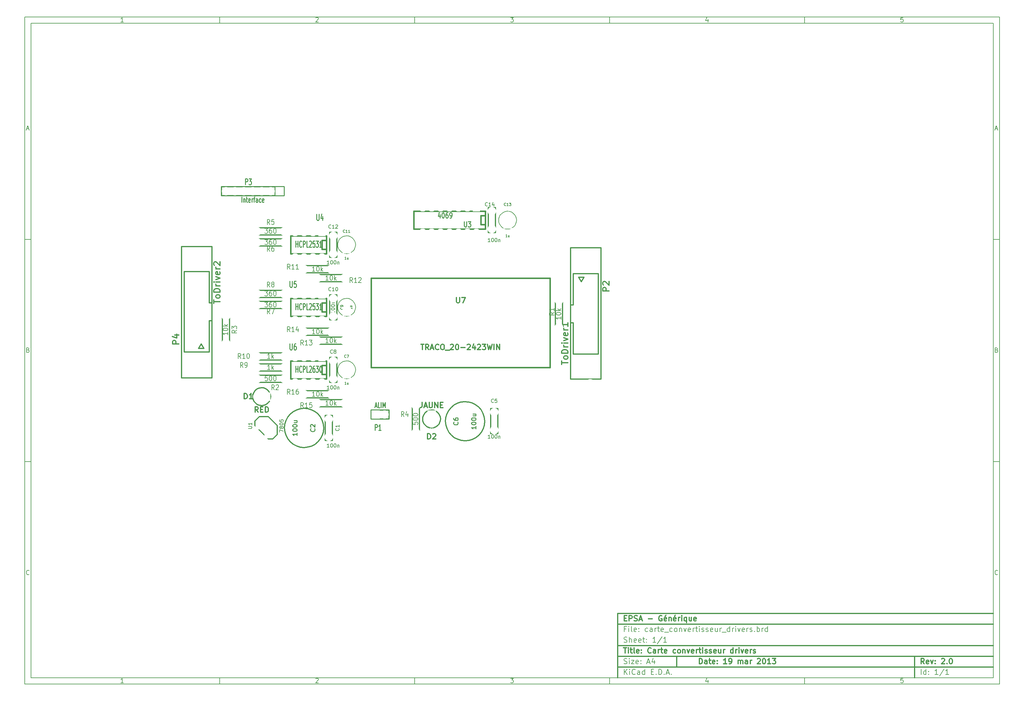
<source format=gto>
G04 (created by PCBNEW-RS274X (2012-01-19 BZR 3256)-stable) date 19/03/2013 15:27:12*
G01*
G70*
G90*
%MOIN*%
G04 Gerber Fmt 3.4, Leading zero omitted, Abs format*
%FSLAX34Y34*%
G04 APERTURE LIST*
%ADD10C,0.006000*%
%ADD11C,0.012000*%
%ADD12C,0.015000*%
%ADD13C,0.005000*%
%ADD14C,0.011300*%
%ADD15C,0.010000*%
%ADD16C,0.008000*%
%ADD17C,0.010700*%
%ADD18R,0.082000X0.110000*%
%ADD19O,0.082000X0.110000*%
%ADD20C,0.095000*%
%ADD21R,0.095000X0.095000*%
%ADD22R,0.090000X0.090000*%
%ADD23C,0.090000*%
%ADD24C,0.138100*%
G04 APERTURE END LIST*
G54D10*
X04000Y-04000D02*
X113000Y-04000D01*
X113000Y-78670D01*
X04000Y-78670D01*
X04000Y-04000D01*
X04700Y-04700D02*
X112300Y-04700D01*
X112300Y-77970D01*
X04700Y-77970D01*
X04700Y-04700D01*
X25800Y-04000D02*
X25800Y-04700D01*
X15043Y-04552D02*
X14757Y-04552D01*
X14900Y-04552D02*
X14900Y-04052D01*
X14852Y-04124D01*
X14805Y-04171D01*
X14757Y-04195D01*
X25800Y-78670D02*
X25800Y-77970D01*
X15043Y-78522D02*
X14757Y-78522D01*
X14900Y-78522D02*
X14900Y-78022D01*
X14852Y-78094D01*
X14805Y-78141D01*
X14757Y-78165D01*
X47600Y-04000D02*
X47600Y-04700D01*
X36557Y-04100D02*
X36581Y-04076D01*
X36629Y-04052D01*
X36748Y-04052D01*
X36795Y-04076D01*
X36819Y-04100D01*
X36843Y-04148D01*
X36843Y-04195D01*
X36819Y-04267D01*
X36533Y-04552D01*
X36843Y-04552D01*
X47600Y-78670D02*
X47600Y-77970D01*
X36557Y-78070D02*
X36581Y-78046D01*
X36629Y-78022D01*
X36748Y-78022D01*
X36795Y-78046D01*
X36819Y-78070D01*
X36843Y-78118D01*
X36843Y-78165D01*
X36819Y-78237D01*
X36533Y-78522D01*
X36843Y-78522D01*
X69400Y-04000D02*
X69400Y-04700D01*
X58333Y-04052D02*
X58643Y-04052D01*
X58476Y-04243D01*
X58548Y-04243D01*
X58595Y-04267D01*
X58619Y-04290D01*
X58643Y-04338D01*
X58643Y-04457D01*
X58619Y-04505D01*
X58595Y-04529D01*
X58548Y-04552D01*
X58405Y-04552D01*
X58357Y-04529D01*
X58333Y-04505D01*
X69400Y-78670D02*
X69400Y-77970D01*
X58333Y-78022D02*
X58643Y-78022D01*
X58476Y-78213D01*
X58548Y-78213D01*
X58595Y-78237D01*
X58619Y-78260D01*
X58643Y-78308D01*
X58643Y-78427D01*
X58619Y-78475D01*
X58595Y-78499D01*
X58548Y-78522D01*
X58405Y-78522D01*
X58357Y-78499D01*
X58333Y-78475D01*
X91200Y-04000D02*
X91200Y-04700D01*
X80395Y-04219D02*
X80395Y-04552D01*
X80276Y-04029D02*
X80157Y-04386D01*
X80467Y-04386D01*
X91200Y-78670D02*
X91200Y-77970D01*
X80395Y-78189D02*
X80395Y-78522D01*
X80276Y-77999D02*
X80157Y-78356D01*
X80467Y-78356D01*
X102219Y-04052D02*
X101981Y-04052D01*
X101957Y-04290D01*
X101981Y-04267D01*
X102029Y-04243D01*
X102148Y-04243D01*
X102195Y-04267D01*
X102219Y-04290D01*
X102243Y-04338D01*
X102243Y-04457D01*
X102219Y-04505D01*
X102195Y-04529D01*
X102148Y-04552D01*
X102029Y-04552D01*
X101981Y-04529D01*
X101957Y-04505D01*
X102219Y-78022D02*
X101981Y-78022D01*
X101957Y-78260D01*
X101981Y-78237D01*
X102029Y-78213D01*
X102148Y-78213D01*
X102195Y-78237D01*
X102219Y-78260D01*
X102243Y-78308D01*
X102243Y-78427D01*
X102219Y-78475D01*
X102195Y-78499D01*
X102148Y-78522D01*
X102029Y-78522D01*
X101981Y-78499D01*
X101957Y-78475D01*
X04000Y-28890D02*
X04700Y-28890D01*
X04231Y-16510D02*
X04469Y-16510D01*
X04184Y-16652D02*
X04350Y-16152D01*
X04517Y-16652D01*
X113000Y-28890D02*
X112300Y-28890D01*
X112531Y-16510D02*
X112769Y-16510D01*
X112484Y-16652D02*
X112650Y-16152D01*
X112817Y-16652D01*
X04000Y-53780D02*
X04700Y-53780D01*
X04386Y-41280D02*
X04457Y-41304D01*
X04481Y-41328D01*
X04505Y-41376D01*
X04505Y-41447D01*
X04481Y-41495D01*
X04457Y-41519D01*
X04410Y-41542D01*
X04219Y-41542D01*
X04219Y-41042D01*
X04386Y-41042D01*
X04433Y-41066D01*
X04457Y-41090D01*
X04481Y-41138D01*
X04481Y-41185D01*
X04457Y-41233D01*
X04433Y-41257D01*
X04386Y-41280D01*
X04219Y-41280D01*
X113000Y-53780D02*
X112300Y-53780D01*
X112686Y-41280D02*
X112757Y-41304D01*
X112781Y-41328D01*
X112805Y-41376D01*
X112805Y-41447D01*
X112781Y-41495D01*
X112757Y-41519D01*
X112710Y-41542D01*
X112519Y-41542D01*
X112519Y-41042D01*
X112686Y-41042D01*
X112733Y-41066D01*
X112757Y-41090D01*
X112781Y-41138D01*
X112781Y-41185D01*
X112757Y-41233D01*
X112733Y-41257D01*
X112686Y-41280D01*
X112519Y-41280D01*
X04505Y-66385D02*
X04481Y-66409D01*
X04410Y-66432D01*
X04362Y-66432D01*
X04290Y-66409D01*
X04243Y-66361D01*
X04219Y-66313D01*
X04195Y-66218D01*
X04195Y-66147D01*
X04219Y-66051D01*
X04243Y-66004D01*
X04290Y-65956D01*
X04362Y-65932D01*
X04410Y-65932D01*
X04481Y-65956D01*
X04505Y-65980D01*
X112805Y-66385D02*
X112781Y-66409D01*
X112710Y-66432D01*
X112662Y-66432D01*
X112590Y-66409D01*
X112543Y-66361D01*
X112519Y-66313D01*
X112495Y-66218D01*
X112495Y-66147D01*
X112519Y-66051D01*
X112543Y-66004D01*
X112590Y-65956D01*
X112662Y-65932D01*
X112710Y-65932D01*
X112781Y-65956D01*
X112805Y-65980D01*
G54D11*
X79443Y-76413D02*
X79443Y-75813D01*
X79586Y-75813D01*
X79671Y-75841D01*
X79729Y-75899D01*
X79757Y-75956D01*
X79786Y-76070D01*
X79786Y-76156D01*
X79757Y-76270D01*
X79729Y-76327D01*
X79671Y-76384D01*
X79586Y-76413D01*
X79443Y-76413D01*
X80300Y-76413D02*
X80300Y-76099D01*
X80271Y-76041D01*
X80214Y-76013D01*
X80100Y-76013D01*
X80043Y-76041D01*
X80300Y-76384D02*
X80243Y-76413D01*
X80100Y-76413D01*
X80043Y-76384D01*
X80014Y-76327D01*
X80014Y-76270D01*
X80043Y-76213D01*
X80100Y-76184D01*
X80243Y-76184D01*
X80300Y-76156D01*
X80500Y-76013D02*
X80729Y-76013D01*
X80586Y-75813D02*
X80586Y-76327D01*
X80614Y-76384D01*
X80672Y-76413D01*
X80729Y-76413D01*
X81157Y-76384D02*
X81100Y-76413D01*
X80986Y-76413D01*
X80929Y-76384D01*
X80900Y-76327D01*
X80900Y-76099D01*
X80929Y-76041D01*
X80986Y-76013D01*
X81100Y-76013D01*
X81157Y-76041D01*
X81186Y-76099D01*
X81186Y-76156D01*
X80900Y-76213D01*
X81443Y-76356D02*
X81471Y-76384D01*
X81443Y-76413D01*
X81414Y-76384D01*
X81443Y-76356D01*
X81443Y-76413D01*
X81443Y-76041D02*
X81471Y-76070D01*
X81443Y-76099D01*
X81414Y-76070D01*
X81443Y-76041D01*
X81443Y-76099D01*
X82500Y-76413D02*
X82157Y-76413D01*
X82329Y-76413D02*
X82329Y-75813D01*
X82272Y-75899D01*
X82214Y-75956D01*
X82157Y-75984D01*
X82785Y-76413D02*
X82900Y-76413D01*
X82957Y-76384D01*
X82985Y-76356D01*
X83043Y-76270D01*
X83071Y-76156D01*
X83071Y-75927D01*
X83043Y-75870D01*
X83014Y-75841D01*
X82957Y-75813D01*
X82843Y-75813D01*
X82785Y-75841D01*
X82757Y-75870D01*
X82728Y-75927D01*
X82728Y-76070D01*
X82757Y-76127D01*
X82785Y-76156D01*
X82843Y-76184D01*
X82957Y-76184D01*
X83014Y-76156D01*
X83043Y-76127D01*
X83071Y-76070D01*
X83785Y-76413D02*
X83785Y-76013D01*
X83785Y-76070D02*
X83813Y-76041D01*
X83871Y-76013D01*
X83956Y-76013D01*
X84013Y-76041D01*
X84042Y-76099D01*
X84042Y-76413D01*
X84042Y-76099D02*
X84071Y-76041D01*
X84128Y-76013D01*
X84213Y-76013D01*
X84271Y-76041D01*
X84299Y-76099D01*
X84299Y-76413D01*
X84842Y-76413D02*
X84842Y-76099D01*
X84813Y-76041D01*
X84756Y-76013D01*
X84642Y-76013D01*
X84585Y-76041D01*
X84842Y-76384D02*
X84785Y-76413D01*
X84642Y-76413D01*
X84585Y-76384D01*
X84556Y-76327D01*
X84556Y-76270D01*
X84585Y-76213D01*
X84642Y-76184D01*
X84785Y-76184D01*
X84842Y-76156D01*
X85128Y-76413D02*
X85128Y-76013D01*
X85128Y-76127D02*
X85156Y-76070D01*
X85185Y-76041D01*
X85242Y-76013D01*
X85299Y-76013D01*
X85927Y-75870D02*
X85956Y-75841D01*
X86013Y-75813D01*
X86156Y-75813D01*
X86213Y-75841D01*
X86242Y-75870D01*
X86270Y-75927D01*
X86270Y-75984D01*
X86242Y-76070D01*
X85899Y-76413D01*
X86270Y-76413D01*
X86641Y-75813D02*
X86698Y-75813D01*
X86755Y-75841D01*
X86784Y-75870D01*
X86813Y-75927D01*
X86841Y-76041D01*
X86841Y-76184D01*
X86813Y-76299D01*
X86784Y-76356D01*
X86755Y-76384D01*
X86698Y-76413D01*
X86641Y-76413D01*
X86584Y-76384D01*
X86555Y-76356D01*
X86527Y-76299D01*
X86498Y-76184D01*
X86498Y-76041D01*
X86527Y-75927D01*
X86555Y-75870D01*
X86584Y-75841D01*
X86641Y-75813D01*
X87412Y-76413D02*
X87069Y-76413D01*
X87241Y-76413D02*
X87241Y-75813D01*
X87184Y-75899D01*
X87126Y-75956D01*
X87069Y-75984D01*
X87612Y-75813D02*
X87983Y-75813D01*
X87783Y-76041D01*
X87869Y-76041D01*
X87926Y-76070D01*
X87955Y-76099D01*
X87983Y-76156D01*
X87983Y-76299D01*
X87955Y-76356D01*
X87926Y-76384D01*
X87869Y-76413D01*
X87697Y-76413D01*
X87640Y-76384D01*
X87612Y-76356D01*
G54D10*
X71043Y-77613D02*
X71043Y-77013D01*
X71386Y-77613D02*
X71129Y-77270D01*
X71386Y-77013D02*
X71043Y-77356D01*
X71643Y-77613D02*
X71643Y-77213D01*
X71643Y-77013D02*
X71614Y-77041D01*
X71643Y-77070D01*
X71671Y-77041D01*
X71643Y-77013D01*
X71643Y-77070D01*
X72272Y-77556D02*
X72243Y-77584D01*
X72157Y-77613D01*
X72100Y-77613D01*
X72015Y-77584D01*
X71957Y-77527D01*
X71929Y-77470D01*
X71900Y-77356D01*
X71900Y-77270D01*
X71929Y-77156D01*
X71957Y-77099D01*
X72015Y-77041D01*
X72100Y-77013D01*
X72157Y-77013D01*
X72243Y-77041D01*
X72272Y-77070D01*
X72786Y-77613D02*
X72786Y-77299D01*
X72757Y-77241D01*
X72700Y-77213D01*
X72586Y-77213D01*
X72529Y-77241D01*
X72786Y-77584D02*
X72729Y-77613D01*
X72586Y-77613D01*
X72529Y-77584D01*
X72500Y-77527D01*
X72500Y-77470D01*
X72529Y-77413D01*
X72586Y-77384D01*
X72729Y-77384D01*
X72786Y-77356D01*
X73329Y-77613D02*
X73329Y-77013D01*
X73329Y-77584D02*
X73272Y-77613D01*
X73158Y-77613D01*
X73100Y-77584D01*
X73072Y-77556D01*
X73043Y-77499D01*
X73043Y-77327D01*
X73072Y-77270D01*
X73100Y-77241D01*
X73158Y-77213D01*
X73272Y-77213D01*
X73329Y-77241D01*
X74072Y-77299D02*
X74272Y-77299D01*
X74358Y-77613D02*
X74072Y-77613D01*
X74072Y-77013D01*
X74358Y-77013D01*
X74615Y-77556D02*
X74643Y-77584D01*
X74615Y-77613D01*
X74586Y-77584D01*
X74615Y-77556D01*
X74615Y-77613D01*
X74901Y-77613D02*
X74901Y-77013D01*
X75044Y-77013D01*
X75129Y-77041D01*
X75187Y-77099D01*
X75215Y-77156D01*
X75244Y-77270D01*
X75244Y-77356D01*
X75215Y-77470D01*
X75187Y-77527D01*
X75129Y-77584D01*
X75044Y-77613D01*
X74901Y-77613D01*
X75501Y-77556D02*
X75529Y-77584D01*
X75501Y-77613D01*
X75472Y-77584D01*
X75501Y-77556D01*
X75501Y-77613D01*
X75758Y-77441D02*
X76044Y-77441D01*
X75701Y-77613D02*
X75901Y-77013D01*
X76101Y-77613D01*
X76301Y-77556D02*
X76329Y-77584D01*
X76301Y-77613D01*
X76272Y-77584D01*
X76301Y-77556D01*
X76301Y-77613D01*
G54D11*
X104586Y-76413D02*
X104386Y-76127D01*
X104243Y-76413D02*
X104243Y-75813D01*
X104471Y-75813D01*
X104529Y-75841D01*
X104557Y-75870D01*
X104586Y-75927D01*
X104586Y-76013D01*
X104557Y-76070D01*
X104529Y-76099D01*
X104471Y-76127D01*
X104243Y-76127D01*
X105071Y-76384D02*
X105014Y-76413D01*
X104900Y-76413D01*
X104843Y-76384D01*
X104814Y-76327D01*
X104814Y-76099D01*
X104843Y-76041D01*
X104900Y-76013D01*
X105014Y-76013D01*
X105071Y-76041D01*
X105100Y-76099D01*
X105100Y-76156D01*
X104814Y-76213D01*
X105300Y-76013D02*
X105443Y-76413D01*
X105585Y-76013D01*
X105814Y-76356D02*
X105842Y-76384D01*
X105814Y-76413D01*
X105785Y-76384D01*
X105814Y-76356D01*
X105814Y-76413D01*
X105814Y-76041D02*
X105842Y-76070D01*
X105814Y-76099D01*
X105785Y-76070D01*
X105814Y-76041D01*
X105814Y-76099D01*
X106528Y-75870D02*
X106557Y-75841D01*
X106614Y-75813D01*
X106757Y-75813D01*
X106814Y-75841D01*
X106843Y-75870D01*
X106871Y-75927D01*
X106871Y-75984D01*
X106843Y-76070D01*
X106500Y-76413D01*
X106871Y-76413D01*
X107128Y-76356D02*
X107156Y-76384D01*
X107128Y-76413D01*
X107099Y-76384D01*
X107128Y-76356D01*
X107128Y-76413D01*
X107528Y-75813D02*
X107585Y-75813D01*
X107642Y-75841D01*
X107671Y-75870D01*
X107700Y-75927D01*
X107728Y-76041D01*
X107728Y-76184D01*
X107700Y-76299D01*
X107671Y-76356D01*
X107642Y-76384D01*
X107585Y-76413D01*
X107528Y-76413D01*
X107471Y-76384D01*
X107442Y-76356D01*
X107414Y-76299D01*
X107385Y-76184D01*
X107385Y-76041D01*
X107414Y-75927D01*
X107442Y-75870D01*
X107471Y-75841D01*
X107528Y-75813D01*
G54D10*
X71014Y-76384D02*
X71100Y-76413D01*
X71243Y-76413D01*
X71300Y-76384D01*
X71329Y-76356D01*
X71357Y-76299D01*
X71357Y-76241D01*
X71329Y-76184D01*
X71300Y-76156D01*
X71243Y-76127D01*
X71129Y-76099D01*
X71071Y-76070D01*
X71043Y-76041D01*
X71014Y-75984D01*
X71014Y-75927D01*
X71043Y-75870D01*
X71071Y-75841D01*
X71129Y-75813D01*
X71271Y-75813D01*
X71357Y-75841D01*
X71614Y-76413D02*
X71614Y-76013D01*
X71614Y-75813D02*
X71585Y-75841D01*
X71614Y-75870D01*
X71642Y-75841D01*
X71614Y-75813D01*
X71614Y-75870D01*
X71843Y-76013D02*
X72157Y-76013D01*
X71843Y-76413D01*
X72157Y-76413D01*
X72614Y-76384D02*
X72557Y-76413D01*
X72443Y-76413D01*
X72386Y-76384D01*
X72357Y-76327D01*
X72357Y-76099D01*
X72386Y-76041D01*
X72443Y-76013D01*
X72557Y-76013D01*
X72614Y-76041D01*
X72643Y-76099D01*
X72643Y-76156D01*
X72357Y-76213D01*
X72900Y-76356D02*
X72928Y-76384D01*
X72900Y-76413D01*
X72871Y-76384D01*
X72900Y-76356D01*
X72900Y-76413D01*
X72900Y-76041D02*
X72928Y-76070D01*
X72900Y-76099D01*
X72871Y-76070D01*
X72900Y-76041D01*
X72900Y-76099D01*
X73614Y-76241D02*
X73900Y-76241D01*
X73557Y-76413D02*
X73757Y-75813D01*
X73957Y-76413D01*
X74414Y-76013D02*
X74414Y-76413D01*
X74271Y-75784D02*
X74128Y-76213D01*
X74500Y-76213D01*
X104243Y-77613D02*
X104243Y-77013D01*
X104786Y-77613D02*
X104786Y-77013D01*
X104786Y-77584D02*
X104729Y-77613D01*
X104615Y-77613D01*
X104557Y-77584D01*
X104529Y-77556D01*
X104500Y-77499D01*
X104500Y-77327D01*
X104529Y-77270D01*
X104557Y-77241D01*
X104615Y-77213D01*
X104729Y-77213D01*
X104786Y-77241D01*
X105072Y-77556D02*
X105100Y-77584D01*
X105072Y-77613D01*
X105043Y-77584D01*
X105072Y-77556D01*
X105072Y-77613D01*
X105072Y-77241D02*
X105100Y-77270D01*
X105072Y-77299D01*
X105043Y-77270D01*
X105072Y-77241D01*
X105072Y-77299D01*
X106129Y-77613D02*
X105786Y-77613D01*
X105958Y-77613D02*
X105958Y-77013D01*
X105901Y-77099D01*
X105843Y-77156D01*
X105786Y-77184D01*
X106814Y-76984D02*
X106300Y-77756D01*
X107329Y-77613D02*
X106986Y-77613D01*
X107158Y-77613D02*
X107158Y-77013D01*
X107101Y-77099D01*
X107043Y-77156D01*
X106986Y-77184D01*
G54D11*
X70957Y-74613D02*
X71300Y-74613D01*
X71129Y-75213D02*
X71129Y-74613D01*
X71500Y-75213D02*
X71500Y-74813D01*
X71500Y-74613D02*
X71471Y-74641D01*
X71500Y-74670D01*
X71528Y-74641D01*
X71500Y-74613D01*
X71500Y-74670D01*
X71700Y-74813D02*
X71929Y-74813D01*
X71786Y-74613D02*
X71786Y-75127D01*
X71814Y-75184D01*
X71872Y-75213D01*
X71929Y-75213D01*
X72215Y-75213D02*
X72157Y-75184D01*
X72129Y-75127D01*
X72129Y-74613D01*
X72671Y-75184D02*
X72614Y-75213D01*
X72500Y-75213D01*
X72443Y-75184D01*
X72414Y-75127D01*
X72414Y-74899D01*
X72443Y-74841D01*
X72500Y-74813D01*
X72614Y-74813D01*
X72671Y-74841D01*
X72700Y-74899D01*
X72700Y-74956D01*
X72414Y-75013D01*
X72957Y-75156D02*
X72985Y-75184D01*
X72957Y-75213D01*
X72928Y-75184D01*
X72957Y-75156D01*
X72957Y-75213D01*
X72957Y-74841D02*
X72985Y-74870D01*
X72957Y-74899D01*
X72928Y-74870D01*
X72957Y-74841D01*
X72957Y-74899D01*
X74043Y-75156D02*
X74014Y-75184D01*
X73928Y-75213D01*
X73871Y-75213D01*
X73786Y-75184D01*
X73728Y-75127D01*
X73700Y-75070D01*
X73671Y-74956D01*
X73671Y-74870D01*
X73700Y-74756D01*
X73728Y-74699D01*
X73786Y-74641D01*
X73871Y-74613D01*
X73928Y-74613D01*
X74014Y-74641D01*
X74043Y-74670D01*
X74557Y-75213D02*
X74557Y-74899D01*
X74528Y-74841D01*
X74471Y-74813D01*
X74357Y-74813D01*
X74300Y-74841D01*
X74557Y-75184D02*
X74500Y-75213D01*
X74357Y-75213D01*
X74300Y-75184D01*
X74271Y-75127D01*
X74271Y-75070D01*
X74300Y-75013D01*
X74357Y-74984D01*
X74500Y-74984D01*
X74557Y-74956D01*
X74843Y-75213D02*
X74843Y-74813D01*
X74843Y-74927D02*
X74871Y-74870D01*
X74900Y-74841D01*
X74957Y-74813D01*
X75014Y-74813D01*
X75128Y-74813D02*
X75357Y-74813D01*
X75214Y-74613D02*
X75214Y-75127D01*
X75242Y-75184D01*
X75300Y-75213D01*
X75357Y-75213D01*
X75785Y-75184D02*
X75728Y-75213D01*
X75614Y-75213D01*
X75557Y-75184D01*
X75528Y-75127D01*
X75528Y-74899D01*
X75557Y-74841D01*
X75614Y-74813D01*
X75728Y-74813D01*
X75785Y-74841D01*
X75814Y-74899D01*
X75814Y-74956D01*
X75528Y-75013D01*
X76785Y-75184D02*
X76728Y-75213D01*
X76614Y-75213D01*
X76556Y-75184D01*
X76528Y-75156D01*
X76499Y-75099D01*
X76499Y-74927D01*
X76528Y-74870D01*
X76556Y-74841D01*
X76614Y-74813D01*
X76728Y-74813D01*
X76785Y-74841D01*
X77128Y-75213D02*
X77070Y-75184D01*
X77042Y-75156D01*
X77013Y-75099D01*
X77013Y-74927D01*
X77042Y-74870D01*
X77070Y-74841D01*
X77128Y-74813D01*
X77213Y-74813D01*
X77270Y-74841D01*
X77299Y-74870D01*
X77328Y-74927D01*
X77328Y-75099D01*
X77299Y-75156D01*
X77270Y-75184D01*
X77213Y-75213D01*
X77128Y-75213D01*
X77585Y-74813D02*
X77585Y-75213D01*
X77585Y-74870D02*
X77613Y-74841D01*
X77671Y-74813D01*
X77756Y-74813D01*
X77813Y-74841D01*
X77842Y-74899D01*
X77842Y-75213D01*
X78071Y-74813D02*
X78214Y-75213D01*
X78356Y-74813D01*
X78813Y-75184D02*
X78756Y-75213D01*
X78642Y-75213D01*
X78585Y-75184D01*
X78556Y-75127D01*
X78556Y-74899D01*
X78585Y-74841D01*
X78642Y-74813D01*
X78756Y-74813D01*
X78813Y-74841D01*
X78842Y-74899D01*
X78842Y-74956D01*
X78556Y-75013D01*
X79099Y-75213D02*
X79099Y-74813D01*
X79099Y-74927D02*
X79127Y-74870D01*
X79156Y-74841D01*
X79213Y-74813D01*
X79270Y-74813D01*
X79384Y-74813D02*
X79613Y-74813D01*
X79470Y-74613D02*
X79470Y-75127D01*
X79498Y-75184D01*
X79556Y-75213D01*
X79613Y-75213D01*
X79813Y-75213D02*
X79813Y-74813D01*
X79813Y-74613D02*
X79784Y-74641D01*
X79813Y-74670D01*
X79841Y-74641D01*
X79813Y-74613D01*
X79813Y-74670D01*
X80070Y-75184D02*
X80127Y-75213D01*
X80242Y-75213D01*
X80299Y-75184D01*
X80327Y-75127D01*
X80327Y-75099D01*
X80299Y-75041D01*
X80242Y-75013D01*
X80156Y-75013D01*
X80099Y-74984D01*
X80070Y-74927D01*
X80070Y-74899D01*
X80099Y-74841D01*
X80156Y-74813D01*
X80242Y-74813D01*
X80299Y-74841D01*
X80556Y-75184D02*
X80613Y-75213D01*
X80728Y-75213D01*
X80785Y-75184D01*
X80813Y-75127D01*
X80813Y-75099D01*
X80785Y-75041D01*
X80728Y-75013D01*
X80642Y-75013D01*
X80585Y-74984D01*
X80556Y-74927D01*
X80556Y-74899D01*
X80585Y-74841D01*
X80642Y-74813D01*
X80728Y-74813D01*
X80785Y-74841D01*
X81299Y-75184D02*
X81242Y-75213D01*
X81128Y-75213D01*
X81071Y-75184D01*
X81042Y-75127D01*
X81042Y-74899D01*
X81071Y-74841D01*
X81128Y-74813D01*
X81242Y-74813D01*
X81299Y-74841D01*
X81328Y-74899D01*
X81328Y-74956D01*
X81042Y-75013D01*
X81842Y-74813D02*
X81842Y-75213D01*
X81585Y-74813D02*
X81585Y-75127D01*
X81613Y-75184D01*
X81671Y-75213D01*
X81756Y-75213D01*
X81813Y-75184D01*
X81842Y-75156D01*
X82128Y-75213D02*
X82128Y-74813D01*
X82128Y-74927D02*
X82156Y-74870D01*
X82185Y-74841D01*
X82242Y-74813D01*
X82299Y-74813D01*
X83213Y-75213D02*
X83213Y-74613D01*
X83213Y-75184D02*
X83156Y-75213D01*
X83042Y-75213D01*
X82984Y-75184D01*
X82956Y-75156D01*
X82927Y-75099D01*
X82927Y-74927D01*
X82956Y-74870D01*
X82984Y-74841D01*
X83042Y-74813D01*
X83156Y-74813D01*
X83213Y-74841D01*
X83499Y-75213D02*
X83499Y-74813D01*
X83499Y-74927D02*
X83527Y-74870D01*
X83556Y-74841D01*
X83613Y-74813D01*
X83670Y-74813D01*
X83870Y-75213D02*
X83870Y-74813D01*
X83870Y-74613D02*
X83841Y-74641D01*
X83870Y-74670D01*
X83898Y-74641D01*
X83870Y-74613D01*
X83870Y-74670D01*
X84099Y-74813D02*
X84242Y-75213D01*
X84384Y-74813D01*
X84841Y-75184D02*
X84784Y-75213D01*
X84670Y-75213D01*
X84613Y-75184D01*
X84584Y-75127D01*
X84584Y-74899D01*
X84613Y-74841D01*
X84670Y-74813D01*
X84784Y-74813D01*
X84841Y-74841D01*
X84870Y-74899D01*
X84870Y-74956D01*
X84584Y-75013D01*
X85127Y-75213D02*
X85127Y-74813D01*
X85127Y-74927D02*
X85155Y-74870D01*
X85184Y-74841D01*
X85241Y-74813D01*
X85298Y-74813D01*
X85469Y-75184D02*
X85526Y-75213D01*
X85641Y-75213D01*
X85698Y-75184D01*
X85726Y-75127D01*
X85726Y-75099D01*
X85698Y-75041D01*
X85641Y-75013D01*
X85555Y-75013D01*
X85498Y-74984D01*
X85469Y-74927D01*
X85469Y-74899D01*
X85498Y-74841D01*
X85555Y-74813D01*
X85641Y-74813D01*
X85698Y-74841D01*
G54D10*
X71243Y-72499D02*
X71043Y-72499D01*
X71043Y-72813D02*
X71043Y-72213D01*
X71329Y-72213D01*
X71557Y-72813D02*
X71557Y-72413D01*
X71557Y-72213D02*
X71528Y-72241D01*
X71557Y-72270D01*
X71585Y-72241D01*
X71557Y-72213D01*
X71557Y-72270D01*
X71929Y-72813D02*
X71871Y-72784D01*
X71843Y-72727D01*
X71843Y-72213D01*
X72385Y-72784D02*
X72328Y-72813D01*
X72214Y-72813D01*
X72157Y-72784D01*
X72128Y-72727D01*
X72128Y-72499D01*
X72157Y-72441D01*
X72214Y-72413D01*
X72328Y-72413D01*
X72385Y-72441D01*
X72414Y-72499D01*
X72414Y-72556D01*
X72128Y-72613D01*
X72671Y-72756D02*
X72699Y-72784D01*
X72671Y-72813D01*
X72642Y-72784D01*
X72671Y-72756D01*
X72671Y-72813D01*
X72671Y-72441D02*
X72699Y-72470D01*
X72671Y-72499D01*
X72642Y-72470D01*
X72671Y-72441D01*
X72671Y-72499D01*
X73671Y-72784D02*
X73614Y-72813D01*
X73500Y-72813D01*
X73442Y-72784D01*
X73414Y-72756D01*
X73385Y-72699D01*
X73385Y-72527D01*
X73414Y-72470D01*
X73442Y-72441D01*
X73500Y-72413D01*
X73614Y-72413D01*
X73671Y-72441D01*
X74185Y-72813D02*
X74185Y-72499D01*
X74156Y-72441D01*
X74099Y-72413D01*
X73985Y-72413D01*
X73928Y-72441D01*
X74185Y-72784D02*
X74128Y-72813D01*
X73985Y-72813D01*
X73928Y-72784D01*
X73899Y-72727D01*
X73899Y-72670D01*
X73928Y-72613D01*
X73985Y-72584D01*
X74128Y-72584D01*
X74185Y-72556D01*
X74471Y-72813D02*
X74471Y-72413D01*
X74471Y-72527D02*
X74499Y-72470D01*
X74528Y-72441D01*
X74585Y-72413D01*
X74642Y-72413D01*
X74756Y-72413D02*
X74985Y-72413D01*
X74842Y-72213D02*
X74842Y-72727D01*
X74870Y-72784D01*
X74928Y-72813D01*
X74985Y-72813D01*
X75413Y-72784D02*
X75356Y-72813D01*
X75242Y-72813D01*
X75185Y-72784D01*
X75156Y-72727D01*
X75156Y-72499D01*
X75185Y-72441D01*
X75242Y-72413D01*
X75356Y-72413D01*
X75413Y-72441D01*
X75442Y-72499D01*
X75442Y-72556D01*
X75156Y-72613D01*
X75556Y-72870D02*
X76013Y-72870D01*
X76413Y-72784D02*
X76356Y-72813D01*
X76242Y-72813D01*
X76184Y-72784D01*
X76156Y-72756D01*
X76127Y-72699D01*
X76127Y-72527D01*
X76156Y-72470D01*
X76184Y-72441D01*
X76242Y-72413D01*
X76356Y-72413D01*
X76413Y-72441D01*
X76756Y-72813D02*
X76698Y-72784D01*
X76670Y-72756D01*
X76641Y-72699D01*
X76641Y-72527D01*
X76670Y-72470D01*
X76698Y-72441D01*
X76756Y-72413D01*
X76841Y-72413D01*
X76898Y-72441D01*
X76927Y-72470D01*
X76956Y-72527D01*
X76956Y-72699D01*
X76927Y-72756D01*
X76898Y-72784D01*
X76841Y-72813D01*
X76756Y-72813D01*
X77213Y-72413D02*
X77213Y-72813D01*
X77213Y-72470D02*
X77241Y-72441D01*
X77299Y-72413D01*
X77384Y-72413D01*
X77441Y-72441D01*
X77470Y-72499D01*
X77470Y-72813D01*
X77699Y-72413D02*
X77842Y-72813D01*
X77984Y-72413D01*
X78441Y-72784D02*
X78384Y-72813D01*
X78270Y-72813D01*
X78213Y-72784D01*
X78184Y-72727D01*
X78184Y-72499D01*
X78213Y-72441D01*
X78270Y-72413D01*
X78384Y-72413D01*
X78441Y-72441D01*
X78470Y-72499D01*
X78470Y-72556D01*
X78184Y-72613D01*
X78727Y-72813D02*
X78727Y-72413D01*
X78727Y-72527D02*
X78755Y-72470D01*
X78784Y-72441D01*
X78841Y-72413D01*
X78898Y-72413D01*
X79012Y-72413D02*
X79241Y-72413D01*
X79098Y-72213D02*
X79098Y-72727D01*
X79126Y-72784D01*
X79184Y-72813D01*
X79241Y-72813D01*
X79441Y-72813D02*
X79441Y-72413D01*
X79441Y-72213D02*
X79412Y-72241D01*
X79441Y-72270D01*
X79469Y-72241D01*
X79441Y-72213D01*
X79441Y-72270D01*
X79698Y-72784D02*
X79755Y-72813D01*
X79870Y-72813D01*
X79927Y-72784D01*
X79955Y-72727D01*
X79955Y-72699D01*
X79927Y-72641D01*
X79870Y-72613D01*
X79784Y-72613D01*
X79727Y-72584D01*
X79698Y-72527D01*
X79698Y-72499D01*
X79727Y-72441D01*
X79784Y-72413D01*
X79870Y-72413D01*
X79927Y-72441D01*
X80184Y-72784D02*
X80241Y-72813D01*
X80356Y-72813D01*
X80413Y-72784D01*
X80441Y-72727D01*
X80441Y-72699D01*
X80413Y-72641D01*
X80356Y-72613D01*
X80270Y-72613D01*
X80213Y-72584D01*
X80184Y-72527D01*
X80184Y-72499D01*
X80213Y-72441D01*
X80270Y-72413D01*
X80356Y-72413D01*
X80413Y-72441D01*
X80927Y-72784D02*
X80870Y-72813D01*
X80756Y-72813D01*
X80699Y-72784D01*
X80670Y-72727D01*
X80670Y-72499D01*
X80699Y-72441D01*
X80756Y-72413D01*
X80870Y-72413D01*
X80927Y-72441D01*
X80956Y-72499D01*
X80956Y-72556D01*
X80670Y-72613D01*
X81470Y-72413D02*
X81470Y-72813D01*
X81213Y-72413D02*
X81213Y-72727D01*
X81241Y-72784D01*
X81299Y-72813D01*
X81384Y-72813D01*
X81441Y-72784D01*
X81470Y-72756D01*
X81756Y-72813D02*
X81756Y-72413D01*
X81756Y-72527D02*
X81784Y-72470D01*
X81813Y-72441D01*
X81870Y-72413D01*
X81927Y-72413D01*
X81984Y-72870D02*
X82441Y-72870D01*
X82841Y-72813D02*
X82841Y-72213D01*
X82841Y-72784D02*
X82784Y-72813D01*
X82670Y-72813D01*
X82612Y-72784D01*
X82584Y-72756D01*
X82555Y-72699D01*
X82555Y-72527D01*
X82584Y-72470D01*
X82612Y-72441D01*
X82670Y-72413D01*
X82784Y-72413D01*
X82841Y-72441D01*
X83127Y-72813D02*
X83127Y-72413D01*
X83127Y-72527D02*
X83155Y-72470D01*
X83184Y-72441D01*
X83241Y-72413D01*
X83298Y-72413D01*
X83498Y-72813D02*
X83498Y-72413D01*
X83498Y-72213D02*
X83469Y-72241D01*
X83498Y-72270D01*
X83526Y-72241D01*
X83498Y-72213D01*
X83498Y-72270D01*
X83727Y-72413D02*
X83870Y-72813D01*
X84012Y-72413D01*
X84469Y-72784D02*
X84412Y-72813D01*
X84298Y-72813D01*
X84241Y-72784D01*
X84212Y-72727D01*
X84212Y-72499D01*
X84241Y-72441D01*
X84298Y-72413D01*
X84412Y-72413D01*
X84469Y-72441D01*
X84498Y-72499D01*
X84498Y-72556D01*
X84212Y-72613D01*
X84755Y-72813D02*
X84755Y-72413D01*
X84755Y-72527D02*
X84783Y-72470D01*
X84812Y-72441D01*
X84869Y-72413D01*
X84926Y-72413D01*
X85097Y-72784D02*
X85154Y-72813D01*
X85269Y-72813D01*
X85326Y-72784D01*
X85354Y-72727D01*
X85354Y-72699D01*
X85326Y-72641D01*
X85269Y-72613D01*
X85183Y-72613D01*
X85126Y-72584D01*
X85097Y-72527D01*
X85097Y-72499D01*
X85126Y-72441D01*
X85183Y-72413D01*
X85269Y-72413D01*
X85326Y-72441D01*
X85612Y-72756D02*
X85640Y-72784D01*
X85612Y-72813D01*
X85583Y-72784D01*
X85612Y-72756D01*
X85612Y-72813D01*
X85898Y-72813D02*
X85898Y-72213D01*
X85898Y-72441D02*
X85955Y-72413D01*
X86069Y-72413D01*
X86126Y-72441D01*
X86155Y-72470D01*
X86184Y-72527D01*
X86184Y-72699D01*
X86155Y-72756D01*
X86126Y-72784D01*
X86069Y-72813D01*
X85955Y-72813D01*
X85898Y-72784D01*
X86441Y-72813D02*
X86441Y-72413D01*
X86441Y-72527D02*
X86469Y-72470D01*
X86498Y-72441D01*
X86555Y-72413D01*
X86612Y-72413D01*
X87069Y-72813D02*
X87069Y-72213D01*
X87069Y-72784D02*
X87012Y-72813D01*
X86898Y-72813D01*
X86840Y-72784D01*
X86812Y-72756D01*
X86783Y-72699D01*
X86783Y-72527D01*
X86812Y-72470D01*
X86840Y-72441D01*
X86898Y-72413D01*
X87012Y-72413D01*
X87069Y-72441D01*
X71014Y-73984D02*
X71100Y-74013D01*
X71243Y-74013D01*
X71300Y-73984D01*
X71329Y-73956D01*
X71357Y-73899D01*
X71357Y-73841D01*
X71329Y-73784D01*
X71300Y-73756D01*
X71243Y-73727D01*
X71129Y-73699D01*
X71071Y-73670D01*
X71043Y-73641D01*
X71014Y-73584D01*
X71014Y-73527D01*
X71043Y-73470D01*
X71071Y-73441D01*
X71129Y-73413D01*
X71271Y-73413D01*
X71357Y-73441D01*
X71614Y-74013D02*
X71614Y-73413D01*
X71871Y-74013D02*
X71871Y-73699D01*
X71842Y-73641D01*
X71785Y-73613D01*
X71700Y-73613D01*
X71642Y-73641D01*
X71614Y-73670D01*
X72385Y-73984D02*
X72328Y-74013D01*
X72214Y-74013D01*
X72157Y-73984D01*
X72128Y-73927D01*
X72128Y-73699D01*
X72157Y-73641D01*
X72214Y-73613D01*
X72328Y-73613D01*
X72385Y-73641D01*
X72414Y-73699D01*
X72414Y-73756D01*
X72128Y-73813D01*
X72899Y-73984D02*
X72842Y-74013D01*
X72728Y-74013D01*
X72671Y-73984D01*
X72642Y-73927D01*
X72642Y-73699D01*
X72671Y-73641D01*
X72728Y-73613D01*
X72842Y-73613D01*
X72899Y-73641D01*
X72928Y-73699D01*
X72928Y-73756D01*
X72642Y-73813D01*
X73099Y-73613D02*
X73328Y-73613D01*
X73185Y-73413D02*
X73185Y-73927D01*
X73213Y-73984D01*
X73271Y-74013D01*
X73328Y-74013D01*
X73528Y-73956D02*
X73556Y-73984D01*
X73528Y-74013D01*
X73499Y-73984D01*
X73528Y-73956D01*
X73528Y-74013D01*
X73528Y-73641D02*
X73556Y-73670D01*
X73528Y-73699D01*
X73499Y-73670D01*
X73528Y-73641D01*
X73528Y-73699D01*
X74585Y-74013D02*
X74242Y-74013D01*
X74414Y-74013D02*
X74414Y-73413D01*
X74357Y-73499D01*
X74299Y-73556D01*
X74242Y-73584D01*
X75270Y-73384D02*
X74756Y-74156D01*
X75785Y-74013D02*
X75442Y-74013D01*
X75614Y-74013D02*
X75614Y-73413D01*
X75557Y-73499D01*
X75499Y-73556D01*
X75442Y-73584D01*
G54D11*
X71043Y-71299D02*
X71243Y-71299D01*
X71329Y-71613D02*
X71043Y-71613D01*
X71043Y-71013D01*
X71329Y-71013D01*
X71586Y-71613D02*
X71586Y-71013D01*
X71814Y-71013D01*
X71872Y-71041D01*
X71900Y-71070D01*
X71929Y-71127D01*
X71929Y-71213D01*
X71900Y-71270D01*
X71872Y-71299D01*
X71814Y-71327D01*
X71586Y-71327D01*
X72157Y-71584D02*
X72243Y-71613D01*
X72386Y-71613D01*
X72443Y-71584D01*
X72472Y-71556D01*
X72500Y-71499D01*
X72500Y-71441D01*
X72472Y-71384D01*
X72443Y-71356D01*
X72386Y-71327D01*
X72272Y-71299D01*
X72214Y-71270D01*
X72186Y-71241D01*
X72157Y-71184D01*
X72157Y-71127D01*
X72186Y-71070D01*
X72214Y-71041D01*
X72272Y-71013D01*
X72414Y-71013D01*
X72500Y-71041D01*
X72728Y-71441D02*
X73014Y-71441D01*
X72671Y-71613D02*
X72871Y-71013D01*
X73071Y-71613D01*
X73728Y-71384D02*
X74185Y-71384D01*
X75242Y-71041D02*
X75185Y-71013D01*
X75099Y-71013D01*
X75014Y-71041D01*
X74956Y-71099D01*
X74928Y-71156D01*
X74899Y-71270D01*
X74899Y-71356D01*
X74928Y-71470D01*
X74956Y-71527D01*
X75014Y-71584D01*
X75099Y-71613D01*
X75156Y-71613D01*
X75242Y-71584D01*
X75271Y-71556D01*
X75271Y-71356D01*
X75156Y-71356D01*
X75756Y-71584D02*
X75699Y-71613D01*
X75585Y-71613D01*
X75528Y-71584D01*
X75499Y-71527D01*
X75499Y-71299D01*
X75528Y-71241D01*
X75585Y-71213D01*
X75699Y-71213D01*
X75756Y-71241D01*
X75785Y-71299D01*
X75785Y-71356D01*
X75499Y-71413D01*
X75699Y-70984D02*
X75614Y-71070D01*
X76042Y-71213D02*
X76042Y-71613D01*
X76042Y-71270D02*
X76070Y-71241D01*
X76128Y-71213D01*
X76213Y-71213D01*
X76270Y-71241D01*
X76299Y-71299D01*
X76299Y-71613D01*
X76813Y-71584D02*
X76756Y-71613D01*
X76642Y-71613D01*
X76585Y-71584D01*
X76556Y-71527D01*
X76556Y-71299D01*
X76585Y-71241D01*
X76642Y-71213D01*
X76756Y-71213D01*
X76813Y-71241D01*
X76842Y-71299D01*
X76842Y-71356D01*
X76556Y-71413D01*
X76756Y-70984D02*
X76671Y-71070D01*
X77099Y-71613D02*
X77099Y-71213D01*
X77099Y-71327D02*
X77127Y-71270D01*
X77156Y-71241D01*
X77213Y-71213D01*
X77270Y-71213D01*
X77470Y-71613D02*
X77470Y-71213D01*
X77470Y-71013D02*
X77441Y-71041D01*
X77470Y-71070D01*
X77498Y-71041D01*
X77470Y-71013D01*
X77470Y-71070D01*
X78013Y-71213D02*
X78013Y-71813D01*
X78013Y-71584D02*
X77956Y-71613D01*
X77842Y-71613D01*
X77784Y-71584D01*
X77756Y-71556D01*
X77727Y-71499D01*
X77727Y-71327D01*
X77756Y-71270D01*
X77784Y-71241D01*
X77842Y-71213D01*
X77956Y-71213D01*
X78013Y-71241D01*
X78556Y-71213D02*
X78556Y-71613D01*
X78299Y-71213D02*
X78299Y-71527D01*
X78327Y-71584D01*
X78385Y-71613D01*
X78470Y-71613D01*
X78527Y-71584D01*
X78556Y-71556D01*
X79070Y-71584D02*
X79013Y-71613D01*
X78899Y-71613D01*
X78842Y-71584D01*
X78813Y-71527D01*
X78813Y-71299D01*
X78842Y-71241D01*
X78899Y-71213D01*
X79013Y-71213D01*
X79070Y-71241D01*
X79099Y-71299D01*
X79099Y-71356D01*
X78813Y-71413D01*
X70300Y-70770D02*
X70300Y-77970D01*
X70300Y-71970D02*
X112300Y-71970D01*
X70300Y-70770D02*
X112300Y-70770D01*
X70300Y-74370D02*
X112300Y-74370D01*
X103500Y-75570D02*
X103500Y-77970D01*
X70300Y-76770D02*
X112300Y-76770D01*
X70300Y-75570D02*
X112300Y-75570D01*
X76900Y-75570D02*
X76900Y-76770D01*
G54D12*
X37750Y-30000D02*
X37250Y-30000D01*
X37250Y-30000D02*
X37250Y-29000D01*
X37250Y-29000D02*
X37750Y-29000D01*
X37750Y-30500D02*
X33750Y-30500D01*
X33750Y-30500D02*
X33750Y-28500D01*
X33750Y-28500D02*
X37750Y-28500D01*
X37750Y-28500D02*
X37750Y-30500D01*
G54D11*
X37600Y-51400D02*
X37600Y-48600D01*
X37600Y-48600D02*
X38400Y-48600D01*
X38400Y-48600D02*
X38400Y-51400D01*
X38400Y-51400D02*
X37600Y-51400D01*
X37800Y-51400D02*
X37600Y-51200D01*
X68450Y-29850D02*
X68450Y-44550D01*
X68450Y-44550D02*
X65050Y-44550D01*
X65050Y-44550D02*
X65050Y-29850D01*
X65050Y-36250D02*
X65350Y-36250D01*
X65350Y-36250D02*
X65350Y-32750D01*
X65350Y-32750D02*
X68150Y-32750D01*
X68150Y-32750D02*
X68150Y-41750D01*
X68150Y-41750D02*
X65350Y-41750D01*
X65350Y-41750D02*
X65350Y-38250D01*
X65350Y-38250D02*
X65050Y-38250D01*
X65050Y-29850D02*
X68450Y-29850D01*
X66250Y-33650D02*
X66550Y-33150D01*
X66550Y-33150D02*
X65950Y-33150D01*
X65950Y-33150D02*
X66250Y-33650D01*
X50500Y-49000D02*
X50480Y-49194D01*
X50424Y-49381D01*
X50332Y-49553D01*
X50209Y-49704D01*
X50059Y-49829D01*
X49887Y-49921D01*
X49701Y-49979D01*
X49506Y-49999D01*
X49313Y-49982D01*
X49126Y-49927D01*
X48953Y-49836D01*
X48801Y-49714D01*
X48675Y-49564D01*
X48581Y-49393D01*
X48522Y-49207D01*
X48501Y-49013D01*
X48517Y-48820D01*
X48571Y-48632D01*
X48660Y-48459D01*
X48781Y-48306D01*
X48930Y-48179D01*
X49100Y-48084D01*
X49286Y-48024D01*
X49480Y-48001D01*
X49673Y-48016D01*
X49861Y-48068D01*
X50035Y-48156D01*
X50189Y-48276D01*
X50317Y-48424D01*
X50413Y-48594D01*
X50475Y-48779D01*
X50499Y-48973D01*
X50500Y-49000D01*
X49750Y-50000D02*
X49750Y-49750D01*
X49750Y-49750D02*
X49250Y-49750D01*
X49250Y-49750D02*
X49250Y-50000D01*
X31500Y-46500D02*
X31480Y-46694D01*
X31424Y-46881D01*
X31332Y-47053D01*
X31209Y-47204D01*
X31059Y-47329D01*
X30887Y-47421D01*
X30701Y-47479D01*
X30506Y-47499D01*
X30313Y-47482D01*
X30126Y-47427D01*
X29953Y-47336D01*
X29801Y-47214D01*
X29675Y-47064D01*
X29581Y-46893D01*
X29522Y-46707D01*
X29501Y-46513D01*
X29517Y-46320D01*
X29571Y-46132D01*
X29660Y-45959D01*
X29781Y-45806D01*
X29930Y-45679D01*
X30100Y-45584D01*
X30286Y-45524D01*
X30480Y-45501D01*
X30673Y-45516D01*
X30861Y-45568D01*
X31035Y-45656D01*
X31189Y-45776D01*
X31317Y-45924D01*
X31413Y-46094D01*
X31475Y-46279D01*
X31499Y-46473D01*
X31500Y-46500D01*
X29500Y-46750D02*
X29750Y-46750D01*
X29750Y-46750D02*
X29750Y-46250D01*
X29750Y-46250D02*
X29500Y-46250D01*
X33000Y-29250D02*
X32800Y-29250D01*
X30000Y-29250D02*
X30200Y-29250D01*
X30200Y-29250D02*
X30200Y-29650D01*
X30200Y-29650D02*
X32800Y-29650D01*
X32800Y-29650D02*
X32800Y-28850D01*
X32800Y-28850D02*
X30200Y-28850D01*
X30200Y-28850D02*
X30200Y-29250D01*
X32800Y-29450D02*
X32600Y-29650D01*
X33000Y-28000D02*
X32800Y-28000D01*
X30000Y-28000D02*
X30200Y-28000D01*
X30200Y-28000D02*
X30200Y-28400D01*
X30200Y-28400D02*
X32800Y-28400D01*
X32800Y-28400D02*
X32800Y-27600D01*
X32800Y-27600D02*
X30200Y-27600D01*
X30200Y-27600D02*
X30200Y-28000D01*
X32800Y-28200D02*
X32600Y-28400D01*
X47750Y-47500D02*
X47750Y-47700D01*
X47750Y-50500D02*
X47750Y-50300D01*
X47750Y-50300D02*
X48150Y-50300D01*
X48150Y-50300D02*
X48150Y-47700D01*
X48150Y-47700D02*
X47350Y-47700D01*
X47350Y-47700D02*
X47350Y-50300D01*
X47350Y-50300D02*
X47750Y-50300D01*
X47950Y-47700D02*
X48150Y-47900D01*
X26500Y-37500D02*
X26500Y-37700D01*
X26500Y-40500D02*
X26500Y-40300D01*
X26500Y-40300D02*
X26900Y-40300D01*
X26900Y-40300D02*
X26900Y-37700D01*
X26900Y-37700D02*
X26100Y-37700D01*
X26100Y-37700D02*
X26100Y-40300D01*
X26100Y-40300D02*
X26500Y-40300D01*
X26700Y-37700D02*
X26900Y-37900D01*
X33000Y-44500D02*
X32800Y-44500D01*
X30000Y-44500D02*
X30200Y-44500D01*
X30200Y-44500D02*
X30200Y-44900D01*
X30200Y-44900D02*
X32800Y-44900D01*
X32800Y-44900D02*
X32800Y-44100D01*
X32800Y-44100D02*
X30200Y-44100D01*
X30200Y-44100D02*
X30200Y-44500D01*
X32800Y-44700D02*
X32600Y-44900D01*
X63750Y-38750D02*
X63750Y-38550D01*
X63750Y-35750D02*
X63750Y-35950D01*
X63750Y-35950D02*
X63350Y-35950D01*
X63350Y-35950D02*
X63350Y-38550D01*
X63350Y-38550D02*
X64150Y-38550D01*
X64150Y-38550D02*
X64150Y-35950D01*
X64150Y-35950D02*
X63750Y-35950D01*
X63550Y-38550D02*
X63350Y-38350D01*
X38100Y-44900D02*
X38100Y-42100D01*
X38100Y-42100D02*
X38900Y-42100D01*
X38900Y-42100D02*
X38900Y-44900D01*
X38900Y-44900D02*
X38100Y-44900D01*
X38300Y-44900D02*
X38100Y-44700D01*
X33000Y-36250D02*
X32800Y-36250D01*
X30000Y-36250D02*
X30200Y-36250D01*
X30200Y-36250D02*
X30200Y-36650D01*
X30200Y-36650D02*
X32800Y-36650D01*
X32800Y-36650D02*
X32800Y-35850D01*
X32800Y-35850D02*
X30200Y-35850D01*
X30200Y-35850D02*
X30200Y-36250D01*
X32800Y-36450D02*
X32600Y-36650D01*
X33000Y-35000D02*
X32800Y-35000D01*
X30000Y-35000D02*
X30200Y-35000D01*
X30200Y-35000D02*
X30200Y-35400D01*
X30200Y-35400D02*
X32800Y-35400D01*
X32800Y-35400D02*
X32800Y-34600D01*
X32800Y-34600D02*
X30200Y-34600D01*
X30200Y-34600D02*
X30200Y-35000D01*
X32800Y-35200D02*
X32600Y-35400D01*
X42750Y-49000D02*
X42750Y-48000D01*
X42750Y-48000D02*
X44750Y-48000D01*
X44750Y-48000D02*
X44750Y-49000D01*
X44750Y-49000D02*
X42750Y-49000D01*
G54D12*
X37750Y-44000D02*
X37250Y-44000D01*
X37250Y-44000D02*
X37250Y-43000D01*
X37250Y-43000D02*
X37750Y-43000D01*
X37750Y-44500D02*
X33750Y-44500D01*
X33750Y-44500D02*
X33750Y-42500D01*
X33750Y-42500D02*
X37750Y-42500D01*
X37750Y-42500D02*
X37750Y-44500D01*
G54D13*
X59001Y-26750D02*
X58981Y-26944D01*
X58925Y-27131D01*
X58833Y-27303D01*
X58710Y-27455D01*
X58559Y-27579D01*
X58387Y-27672D01*
X58201Y-27730D01*
X58006Y-27750D01*
X57813Y-27733D01*
X57626Y-27678D01*
X57452Y-27587D01*
X57300Y-27465D01*
X57175Y-27315D01*
X57080Y-27144D01*
X57021Y-26958D01*
X57000Y-26763D01*
X57016Y-26570D01*
X57070Y-26382D01*
X57159Y-26208D01*
X57280Y-26055D01*
X57429Y-25929D01*
X57600Y-25833D01*
X57786Y-25773D01*
X57980Y-25750D01*
X58173Y-25765D01*
X58361Y-25817D01*
X58536Y-25905D01*
X58690Y-26026D01*
X58817Y-26173D01*
X58914Y-26343D01*
X58976Y-26529D01*
X59000Y-26723D01*
X59001Y-26750D01*
X41001Y-29500D02*
X40981Y-29694D01*
X40925Y-29881D01*
X40833Y-30053D01*
X40710Y-30205D01*
X40559Y-30329D01*
X40387Y-30422D01*
X40201Y-30480D01*
X40006Y-30500D01*
X39813Y-30483D01*
X39626Y-30428D01*
X39452Y-30337D01*
X39300Y-30215D01*
X39175Y-30065D01*
X39080Y-29894D01*
X39021Y-29708D01*
X39000Y-29513D01*
X39016Y-29320D01*
X39070Y-29132D01*
X39159Y-28958D01*
X39280Y-28805D01*
X39429Y-28679D01*
X39600Y-28583D01*
X39786Y-28523D01*
X39980Y-28500D01*
X40173Y-28515D01*
X40361Y-28567D01*
X40536Y-28655D01*
X40690Y-28776D01*
X40817Y-28923D01*
X40914Y-29093D01*
X40976Y-29279D01*
X41000Y-29473D01*
X41001Y-29500D01*
G54D11*
X55850Y-28150D02*
X55850Y-25350D01*
X55850Y-25350D02*
X56650Y-25350D01*
X56650Y-25350D02*
X56650Y-28150D01*
X56650Y-28150D02*
X55850Y-28150D01*
X56050Y-28150D02*
X55850Y-27950D01*
X38100Y-30900D02*
X38100Y-28100D01*
X38100Y-28100D02*
X38900Y-28100D01*
X38900Y-28100D02*
X38900Y-30900D01*
X38900Y-30900D02*
X38100Y-30900D01*
X38300Y-30900D02*
X38100Y-30700D01*
X39750Y-47250D02*
X39550Y-47250D01*
X36750Y-47250D02*
X36950Y-47250D01*
X36950Y-47250D02*
X36950Y-47650D01*
X36950Y-47650D02*
X39550Y-47650D01*
X39550Y-47650D02*
X39550Y-46850D01*
X39550Y-46850D02*
X36950Y-46850D01*
X36950Y-46850D02*
X36950Y-47250D01*
X39550Y-47450D02*
X39350Y-47650D01*
X33000Y-42000D02*
X32800Y-42000D01*
X30000Y-42000D02*
X30200Y-42000D01*
X30200Y-42000D02*
X30200Y-42400D01*
X30200Y-42400D02*
X32800Y-42400D01*
X32800Y-42400D02*
X32800Y-41600D01*
X32800Y-41600D02*
X30200Y-41600D01*
X30200Y-41600D02*
X30200Y-42000D01*
X32800Y-42200D02*
X32600Y-42400D01*
X33000Y-43250D02*
X32800Y-43250D01*
X30000Y-43250D02*
X30200Y-43250D01*
X30200Y-43250D02*
X30200Y-43650D01*
X30200Y-43650D02*
X32800Y-43650D01*
X32800Y-43650D02*
X32800Y-42850D01*
X32800Y-42850D02*
X30200Y-42850D01*
X30200Y-42850D02*
X30200Y-43250D01*
X32800Y-43450D02*
X32600Y-43650D01*
X39750Y-33250D02*
X39550Y-33250D01*
X36750Y-33250D02*
X36950Y-33250D01*
X36950Y-33250D02*
X36950Y-33650D01*
X36950Y-33650D02*
X39550Y-33650D01*
X39550Y-33650D02*
X39550Y-32850D01*
X39550Y-32850D02*
X36950Y-32850D01*
X36950Y-32850D02*
X36950Y-33250D01*
X39550Y-33450D02*
X39350Y-33650D01*
X39750Y-40250D02*
X39550Y-40250D01*
X36750Y-40250D02*
X36950Y-40250D01*
X36950Y-40250D02*
X36950Y-40650D01*
X36950Y-40650D02*
X39550Y-40650D01*
X39550Y-40650D02*
X39550Y-39850D01*
X39550Y-39850D02*
X36950Y-39850D01*
X36950Y-39850D02*
X36950Y-40250D01*
X39550Y-40450D02*
X39350Y-40650D01*
X38250Y-46250D02*
X38050Y-46250D01*
X35250Y-46250D02*
X35450Y-46250D01*
X35450Y-46250D02*
X35450Y-46650D01*
X35450Y-46650D02*
X38050Y-46650D01*
X38050Y-46650D02*
X38050Y-45850D01*
X38050Y-45850D02*
X35450Y-45850D01*
X35450Y-45850D02*
X35450Y-46250D01*
X38050Y-46450D02*
X37850Y-46650D01*
X38250Y-39250D02*
X38050Y-39250D01*
X35250Y-39250D02*
X35450Y-39250D01*
X35450Y-39250D02*
X35450Y-39650D01*
X35450Y-39650D02*
X38050Y-39650D01*
X38050Y-39650D02*
X38050Y-38850D01*
X38050Y-38850D02*
X35450Y-38850D01*
X35450Y-38850D02*
X35450Y-39250D01*
X38050Y-39450D02*
X37850Y-39650D01*
X38250Y-32250D02*
X38050Y-32250D01*
X35250Y-32250D02*
X35450Y-32250D01*
X35450Y-32250D02*
X35450Y-32650D01*
X35450Y-32650D02*
X38050Y-32650D01*
X38050Y-32650D02*
X38050Y-31850D01*
X38050Y-31850D02*
X35450Y-31850D01*
X35450Y-31850D02*
X35450Y-32250D01*
X38050Y-32450D02*
X37850Y-32650D01*
X37445Y-50000D02*
X37403Y-50426D01*
X37279Y-50836D01*
X37078Y-51214D01*
X36807Y-51546D01*
X36477Y-51819D01*
X36100Y-52023D01*
X35691Y-52150D01*
X35265Y-52194D01*
X34839Y-52156D01*
X34428Y-52035D01*
X34049Y-51836D01*
X33715Y-51568D01*
X33439Y-51240D01*
X33233Y-50864D01*
X33103Y-50456D01*
X33056Y-50030D01*
X33092Y-49604D01*
X33210Y-49192D01*
X33405Y-48811D01*
X33672Y-48476D01*
X33998Y-48198D01*
X34372Y-47989D01*
X34779Y-47857D01*
X35205Y-47806D01*
X35631Y-47839D01*
X36043Y-47954D01*
X36426Y-48147D01*
X36763Y-48411D01*
X37043Y-48735D01*
X37255Y-49108D01*
X37390Y-49514D01*
X37444Y-49939D01*
X37445Y-50000D01*
X56900Y-47850D02*
X56900Y-50650D01*
X56900Y-50650D02*
X56100Y-50650D01*
X56100Y-50650D02*
X56100Y-47850D01*
X56100Y-47850D02*
X56900Y-47850D01*
X56700Y-47850D02*
X56900Y-48050D01*
X55445Y-49250D02*
X55403Y-49676D01*
X55279Y-50086D01*
X55078Y-50464D01*
X54807Y-50796D01*
X54477Y-51069D01*
X54100Y-51273D01*
X53691Y-51400D01*
X53265Y-51444D01*
X52839Y-51406D01*
X52428Y-51285D01*
X52049Y-51086D01*
X51715Y-50818D01*
X51439Y-50490D01*
X51233Y-50114D01*
X51103Y-49706D01*
X51056Y-49280D01*
X51092Y-48854D01*
X51210Y-48442D01*
X51405Y-48061D01*
X51672Y-47726D01*
X51998Y-47448D01*
X52372Y-47239D01*
X52779Y-47107D01*
X53205Y-47056D01*
X53631Y-47089D01*
X54043Y-47204D01*
X54426Y-47397D01*
X54763Y-47661D01*
X55043Y-47985D01*
X55255Y-48358D01*
X55390Y-48764D01*
X55444Y-49189D01*
X55445Y-49250D01*
G54D13*
X41001Y-43500D02*
X40981Y-43694D01*
X40925Y-43881D01*
X40833Y-44053D01*
X40710Y-44205D01*
X40559Y-44329D01*
X40387Y-44422D01*
X40201Y-44480D01*
X40006Y-44500D01*
X39813Y-44483D01*
X39626Y-44428D01*
X39452Y-44337D01*
X39300Y-44215D01*
X39175Y-44065D01*
X39080Y-43894D01*
X39021Y-43708D01*
X39000Y-43513D01*
X39016Y-43320D01*
X39070Y-43132D01*
X39159Y-42958D01*
X39280Y-42805D01*
X39429Y-42679D01*
X39600Y-42583D01*
X39786Y-42523D01*
X39980Y-42500D01*
X40173Y-42515D01*
X40361Y-42567D01*
X40536Y-42655D01*
X40690Y-42776D01*
X40817Y-42923D01*
X40914Y-43093D01*
X40976Y-43279D01*
X41000Y-43473D01*
X41001Y-43500D01*
X41001Y-36500D02*
X40981Y-36694D01*
X40925Y-36881D01*
X40833Y-37053D01*
X40710Y-37205D01*
X40559Y-37329D01*
X40387Y-37422D01*
X40201Y-37480D01*
X40006Y-37500D01*
X39813Y-37483D01*
X39626Y-37428D01*
X39452Y-37337D01*
X39300Y-37215D01*
X39175Y-37065D01*
X39080Y-36894D01*
X39021Y-36708D01*
X39000Y-36513D01*
X39016Y-36320D01*
X39070Y-36132D01*
X39159Y-35958D01*
X39280Y-35805D01*
X39429Y-35679D01*
X39600Y-35583D01*
X39786Y-35523D01*
X39980Y-35500D01*
X40173Y-35515D01*
X40361Y-35567D01*
X40536Y-35655D01*
X40690Y-35776D01*
X40817Y-35923D01*
X40914Y-36093D01*
X40976Y-36279D01*
X41000Y-36473D01*
X41001Y-36500D01*
G54D11*
X38100Y-37900D02*
X38100Y-35100D01*
X38100Y-35100D02*
X38900Y-35100D01*
X38900Y-35100D02*
X38900Y-37900D01*
X38900Y-37900D02*
X38100Y-37900D01*
X38300Y-37900D02*
X38100Y-37700D01*
X33000Y-24000D02*
X33000Y-24000D01*
X33000Y-24000D02*
X26000Y-24000D01*
X26000Y-24000D02*
X26000Y-23000D01*
X26000Y-23000D02*
X33000Y-23000D01*
X33000Y-23000D02*
X33000Y-24000D01*
X32000Y-23000D02*
X32000Y-23000D01*
X32000Y-23000D02*
X32000Y-24000D01*
X21550Y-44400D02*
X21550Y-29700D01*
X21550Y-29700D02*
X24950Y-29700D01*
X24950Y-29700D02*
X24950Y-44400D01*
X24950Y-38000D02*
X24650Y-38000D01*
X24650Y-38000D02*
X24650Y-41500D01*
X24650Y-41500D02*
X21850Y-41500D01*
X21850Y-41500D02*
X21850Y-32500D01*
X21850Y-32500D02*
X24650Y-32500D01*
X24650Y-32500D02*
X24650Y-36000D01*
X24650Y-36000D02*
X24950Y-36000D01*
X24950Y-44400D02*
X21550Y-44400D01*
X23750Y-40600D02*
X23450Y-41100D01*
X23450Y-41100D02*
X24050Y-41100D01*
X24050Y-41100D02*
X23750Y-40600D01*
G54D12*
X55500Y-27750D02*
X47500Y-27750D01*
X47500Y-25750D02*
X55500Y-25750D01*
X55500Y-25750D02*
X55500Y-27750D01*
X55500Y-27250D02*
X55000Y-27250D01*
X55000Y-27250D02*
X55000Y-26250D01*
X55000Y-26250D02*
X55500Y-26250D01*
X47500Y-27750D02*
X47500Y-25750D01*
X37750Y-37000D02*
X37250Y-37000D01*
X37250Y-37000D02*
X37250Y-36000D01*
X37250Y-36000D02*
X37750Y-36000D01*
X37750Y-37500D02*
X33750Y-37500D01*
X33750Y-37500D02*
X33750Y-35500D01*
X33750Y-35500D02*
X37750Y-35500D01*
X37750Y-35500D02*
X37750Y-37500D01*
G54D11*
X29750Y-49750D02*
X31250Y-51250D01*
X31250Y-51250D02*
X31750Y-51250D01*
X31750Y-51250D02*
X32250Y-50750D01*
X32250Y-50750D02*
X32250Y-49750D01*
X32250Y-49750D02*
X31250Y-48750D01*
X31250Y-48750D02*
X30250Y-48750D01*
X30250Y-48750D02*
X29750Y-49250D01*
X29750Y-49250D02*
X29750Y-49750D01*
G54D12*
X42750Y-33250D02*
X62750Y-33250D01*
X62750Y-33250D02*
X62750Y-43250D01*
X62750Y-43250D02*
X42750Y-43250D01*
X42750Y-43250D02*
X42750Y-33250D01*
G54D14*
X36657Y-26083D02*
X36657Y-26650D01*
X36679Y-26717D01*
X36700Y-26750D01*
X36743Y-26783D01*
X36829Y-26783D01*
X36871Y-26750D01*
X36893Y-26717D01*
X36914Y-26650D01*
X36914Y-26083D01*
X37321Y-26317D02*
X37321Y-26783D01*
X37214Y-26050D02*
X37107Y-26550D01*
X37385Y-26550D01*
G54D15*
X34312Y-29783D02*
X34312Y-29083D01*
X34312Y-29417D02*
X34541Y-29417D01*
X34541Y-29783D02*
X34541Y-29083D01*
X34960Y-29717D02*
X34941Y-29750D01*
X34884Y-29783D01*
X34846Y-29783D01*
X34788Y-29750D01*
X34750Y-29683D01*
X34731Y-29617D01*
X34712Y-29483D01*
X34712Y-29383D01*
X34731Y-29250D01*
X34750Y-29183D01*
X34788Y-29117D01*
X34846Y-29083D01*
X34884Y-29083D01*
X34941Y-29117D01*
X34960Y-29150D01*
X35131Y-29783D02*
X35131Y-29083D01*
X35284Y-29083D01*
X35322Y-29117D01*
X35341Y-29150D01*
X35360Y-29217D01*
X35360Y-29317D01*
X35341Y-29383D01*
X35322Y-29417D01*
X35284Y-29450D01*
X35131Y-29450D01*
X35722Y-29783D02*
X35531Y-29783D01*
X35531Y-29083D01*
X35836Y-29150D02*
X35855Y-29117D01*
X35893Y-29083D01*
X35989Y-29083D01*
X36027Y-29117D01*
X36046Y-29150D01*
X36065Y-29217D01*
X36065Y-29283D01*
X36046Y-29383D01*
X35817Y-29783D01*
X36065Y-29783D01*
X36427Y-29083D02*
X36236Y-29083D01*
X36217Y-29417D01*
X36236Y-29383D01*
X36274Y-29350D01*
X36370Y-29350D01*
X36408Y-29383D01*
X36427Y-29417D01*
X36446Y-29483D01*
X36446Y-29650D01*
X36427Y-29717D01*
X36408Y-29750D01*
X36370Y-29783D01*
X36274Y-29783D01*
X36236Y-29750D01*
X36217Y-29717D01*
X36579Y-29083D02*
X36827Y-29083D01*
X36693Y-29350D01*
X36751Y-29350D01*
X36789Y-29383D01*
X36808Y-29417D01*
X36827Y-29483D01*
X36827Y-29650D01*
X36808Y-29717D01*
X36789Y-29750D01*
X36751Y-29783D01*
X36636Y-29783D01*
X36598Y-29750D01*
X36579Y-29717D01*
X37208Y-29783D02*
X36979Y-29783D01*
X37093Y-29783D02*
X37093Y-29083D01*
X37055Y-29183D01*
X37017Y-29250D01*
X36979Y-29283D01*
G54D16*
X39124Y-50066D02*
X39143Y-50085D01*
X39162Y-50142D01*
X39162Y-50180D01*
X39143Y-50238D01*
X39105Y-50276D01*
X39067Y-50295D01*
X38990Y-50314D01*
X38933Y-50314D01*
X38857Y-50295D01*
X38819Y-50276D01*
X38781Y-50238D01*
X38762Y-50180D01*
X38762Y-50142D01*
X38781Y-50085D01*
X38800Y-50066D01*
X39162Y-49685D02*
X39162Y-49914D01*
X39162Y-49800D02*
X38762Y-49800D01*
X38819Y-49838D01*
X38857Y-49876D01*
X38876Y-49914D01*
X38053Y-52162D02*
X37824Y-52162D01*
X37938Y-52162D02*
X37938Y-51762D01*
X37900Y-51819D01*
X37862Y-51857D01*
X37824Y-51876D01*
X38300Y-51762D02*
X38339Y-51762D01*
X38377Y-51781D01*
X38396Y-51800D01*
X38415Y-51838D01*
X38434Y-51914D01*
X38434Y-52010D01*
X38415Y-52086D01*
X38396Y-52124D01*
X38377Y-52143D01*
X38339Y-52162D01*
X38300Y-52162D01*
X38262Y-52143D01*
X38243Y-52124D01*
X38224Y-52086D01*
X38205Y-52010D01*
X38205Y-51914D01*
X38224Y-51838D01*
X38243Y-51800D01*
X38262Y-51781D01*
X38300Y-51762D01*
X38681Y-51762D02*
X38720Y-51762D01*
X38758Y-51781D01*
X38777Y-51800D01*
X38796Y-51838D01*
X38815Y-51914D01*
X38815Y-52010D01*
X38796Y-52086D01*
X38777Y-52124D01*
X38758Y-52143D01*
X38720Y-52162D01*
X38681Y-52162D01*
X38643Y-52143D01*
X38624Y-52124D01*
X38605Y-52086D01*
X38586Y-52010D01*
X38586Y-51914D01*
X38605Y-51838D01*
X38624Y-51800D01*
X38643Y-51781D01*
X38681Y-51762D01*
X38986Y-51895D02*
X38986Y-52162D01*
X38986Y-51933D02*
X39005Y-51914D01*
X39043Y-51895D01*
X39101Y-51895D01*
X39139Y-51914D01*
X39158Y-51952D01*
X39158Y-52162D01*
G54D11*
X69333Y-34666D02*
X68633Y-34666D01*
X68633Y-34400D01*
X68667Y-34333D01*
X68700Y-34300D01*
X68767Y-34266D01*
X68867Y-34266D01*
X68933Y-34300D01*
X68967Y-34333D01*
X69000Y-34400D01*
X69000Y-34666D01*
X68700Y-34000D02*
X68667Y-33966D01*
X68633Y-33900D01*
X68633Y-33733D01*
X68667Y-33666D01*
X68700Y-33633D01*
X68767Y-33600D01*
X68833Y-33600D01*
X68933Y-33633D01*
X69333Y-34033D01*
X69333Y-33600D01*
X64033Y-42915D02*
X64033Y-42515D01*
X64733Y-42715D02*
X64033Y-42715D01*
X64733Y-42182D02*
X64700Y-42249D01*
X64667Y-42282D01*
X64600Y-42316D01*
X64400Y-42316D01*
X64333Y-42282D01*
X64300Y-42249D01*
X64267Y-42182D01*
X64267Y-42082D01*
X64300Y-42016D01*
X64333Y-41982D01*
X64400Y-41949D01*
X64600Y-41949D01*
X64667Y-41982D01*
X64700Y-42016D01*
X64733Y-42082D01*
X64733Y-42182D01*
X64733Y-41649D02*
X64033Y-41649D01*
X64033Y-41483D01*
X64067Y-41383D01*
X64133Y-41316D01*
X64200Y-41283D01*
X64333Y-41249D01*
X64433Y-41249D01*
X64567Y-41283D01*
X64633Y-41316D01*
X64700Y-41383D01*
X64733Y-41483D01*
X64733Y-41649D01*
X64733Y-40949D02*
X64267Y-40949D01*
X64400Y-40949D02*
X64333Y-40916D01*
X64300Y-40883D01*
X64267Y-40816D01*
X64267Y-40749D01*
X64733Y-40516D02*
X64267Y-40516D01*
X64033Y-40516D02*
X64067Y-40550D01*
X64100Y-40516D01*
X64067Y-40483D01*
X64033Y-40516D01*
X64100Y-40516D01*
X64267Y-40250D02*
X64733Y-40083D01*
X64267Y-39917D01*
X64700Y-39384D02*
X64733Y-39450D01*
X64733Y-39584D01*
X64700Y-39650D01*
X64633Y-39684D01*
X64367Y-39684D01*
X64300Y-39650D01*
X64267Y-39584D01*
X64267Y-39450D01*
X64300Y-39384D01*
X64367Y-39350D01*
X64433Y-39350D01*
X64500Y-39684D01*
X64733Y-39050D02*
X64267Y-39050D01*
X64400Y-39050D02*
X64333Y-39017D01*
X64300Y-38984D01*
X64267Y-38917D01*
X64267Y-38850D01*
X64733Y-38251D02*
X64733Y-38651D01*
X64733Y-38451D02*
X64033Y-38451D01*
X64133Y-38517D01*
X64200Y-38584D01*
X64233Y-38651D01*
X49058Y-51243D02*
X49058Y-50643D01*
X49201Y-50643D01*
X49286Y-50671D01*
X49344Y-50729D01*
X49372Y-50786D01*
X49401Y-50900D01*
X49401Y-50986D01*
X49372Y-51100D01*
X49344Y-51157D01*
X49286Y-51214D01*
X49201Y-51243D01*
X49058Y-51243D01*
X49629Y-50700D02*
X49658Y-50671D01*
X49715Y-50643D01*
X49858Y-50643D01*
X49915Y-50671D01*
X49944Y-50700D01*
X49972Y-50757D01*
X49972Y-50814D01*
X49944Y-50900D01*
X49601Y-51243D01*
X49972Y-51243D01*
X48428Y-47143D02*
X48428Y-47571D01*
X48400Y-47657D01*
X48343Y-47714D01*
X48257Y-47743D01*
X48200Y-47743D01*
X48685Y-47571D02*
X48971Y-47571D01*
X48628Y-47743D02*
X48828Y-47143D01*
X49028Y-47743D01*
X49228Y-47143D02*
X49228Y-47629D01*
X49256Y-47686D01*
X49285Y-47714D01*
X49342Y-47743D01*
X49456Y-47743D01*
X49514Y-47714D01*
X49542Y-47686D01*
X49571Y-47629D01*
X49571Y-47143D01*
X49857Y-47743D02*
X49857Y-47143D01*
X50200Y-47743D01*
X50200Y-47143D01*
X50486Y-47429D02*
X50686Y-47429D01*
X50772Y-47743D02*
X50486Y-47743D01*
X50486Y-47143D01*
X50772Y-47143D01*
X28558Y-46743D02*
X28558Y-46143D01*
X28701Y-46143D01*
X28786Y-46171D01*
X28844Y-46229D01*
X28872Y-46286D01*
X28901Y-46400D01*
X28901Y-46486D01*
X28872Y-46600D01*
X28844Y-46657D01*
X28786Y-46714D01*
X28701Y-46743D01*
X28558Y-46743D01*
X29472Y-46743D02*
X29129Y-46743D01*
X29301Y-46743D02*
X29301Y-46143D01*
X29244Y-46229D01*
X29186Y-46286D01*
X29129Y-46314D01*
X30115Y-48243D02*
X29915Y-47957D01*
X29772Y-48243D02*
X29772Y-47643D01*
X30000Y-47643D01*
X30058Y-47671D01*
X30086Y-47700D01*
X30115Y-47757D01*
X30115Y-47843D01*
X30086Y-47900D01*
X30058Y-47929D01*
X30000Y-47957D01*
X29772Y-47957D01*
X30372Y-47929D02*
X30572Y-47929D01*
X30658Y-48243D02*
X30372Y-48243D01*
X30372Y-47643D01*
X30658Y-47643D01*
X30915Y-48243D02*
X30915Y-47643D01*
X31058Y-47643D01*
X31143Y-47671D01*
X31201Y-47729D01*
X31229Y-47786D01*
X31258Y-47900D01*
X31258Y-47986D01*
X31229Y-48100D01*
X31201Y-48157D01*
X31143Y-48214D01*
X31058Y-48243D01*
X30915Y-48243D01*
G54D16*
X31417Y-30223D02*
X31250Y-29961D01*
X31131Y-30223D02*
X31131Y-29673D01*
X31322Y-29673D01*
X31369Y-29699D01*
X31393Y-29725D01*
X31417Y-29777D01*
X31417Y-29856D01*
X31393Y-29908D01*
X31369Y-29935D01*
X31322Y-29961D01*
X31131Y-29961D01*
X31845Y-29673D02*
X31750Y-29673D01*
X31702Y-29699D01*
X31679Y-29725D01*
X31631Y-29804D01*
X31607Y-29908D01*
X31607Y-30118D01*
X31631Y-30170D01*
X31655Y-30196D01*
X31702Y-30223D01*
X31798Y-30223D01*
X31845Y-30196D01*
X31869Y-30170D01*
X31893Y-30118D01*
X31893Y-29987D01*
X31869Y-29935D01*
X31845Y-29908D01*
X31798Y-29882D01*
X31702Y-29882D01*
X31655Y-29908D01*
X31631Y-29935D01*
X31607Y-29987D01*
X30857Y-28923D02*
X31167Y-28923D01*
X31000Y-29132D01*
X31072Y-29132D01*
X31119Y-29158D01*
X31143Y-29185D01*
X31167Y-29237D01*
X31167Y-29368D01*
X31143Y-29420D01*
X31119Y-29446D01*
X31072Y-29473D01*
X30929Y-29473D01*
X30881Y-29446D01*
X30857Y-29420D01*
X31595Y-28923D02*
X31500Y-28923D01*
X31452Y-28949D01*
X31429Y-28975D01*
X31381Y-29054D01*
X31357Y-29158D01*
X31357Y-29368D01*
X31381Y-29420D01*
X31405Y-29446D01*
X31452Y-29473D01*
X31548Y-29473D01*
X31595Y-29446D01*
X31619Y-29420D01*
X31643Y-29368D01*
X31643Y-29237D01*
X31619Y-29185D01*
X31595Y-29158D01*
X31548Y-29132D01*
X31452Y-29132D01*
X31405Y-29158D01*
X31381Y-29185D01*
X31357Y-29237D01*
X31952Y-28923D02*
X32000Y-28923D01*
X32048Y-28949D01*
X32071Y-28975D01*
X32095Y-29027D01*
X32119Y-29132D01*
X32119Y-29263D01*
X32095Y-29368D01*
X32071Y-29420D01*
X32048Y-29446D01*
X32000Y-29473D01*
X31952Y-29473D01*
X31905Y-29446D01*
X31881Y-29420D01*
X31857Y-29368D01*
X31833Y-29263D01*
X31833Y-29132D01*
X31857Y-29027D01*
X31881Y-28975D01*
X31905Y-28949D01*
X31952Y-28923D01*
X31417Y-27223D02*
X31250Y-26961D01*
X31131Y-27223D02*
X31131Y-26673D01*
X31322Y-26673D01*
X31369Y-26699D01*
X31393Y-26725D01*
X31417Y-26777D01*
X31417Y-26856D01*
X31393Y-26908D01*
X31369Y-26935D01*
X31322Y-26961D01*
X31131Y-26961D01*
X31869Y-26673D02*
X31631Y-26673D01*
X31607Y-26935D01*
X31631Y-26908D01*
X31679Y-26882D01*
X31798Y-26882D01*
X31845Y-26908D01*
X31869Y-26935D01*
X31893Y-26987D01*
X31893Y-27118D01*
X31869Y-27170D01*
X31845Y-27196D01*
X31798Y-27223D01*
X31679Y-27223D01*
X31631Y-27196D01*
X31607Y-27170D01*
X30857Y-27673D02*
X31167Y-27673D01*
X31000Y-27882D01*
X31072Y-27882D01*
X31119Y-27908D01*
X31143Y-27935D01*
X31167Y-27987D01*
X31167Y-28118D01*
X31143Y-28170D01*
X31119Y-28196D01*
X31072Y-28223D01*
X30929Y-28223D01*
X30881Y-28196D01*
X30857Y-28170D01*
X31595Y-27673D02*
X31500Y-27673D01*
X31452Y-27699D01*
X31429Y-27725D01*
X31381Y-27804D01*
X31357Y-27908D01*
X31357Y-28118D01*
X31381Y-28170D01*
X31405Y-28196D01*
X31452Y-28223D01*
X31548Y-28223D01*
X31595Y-28196D01*
X31619Y-28170D01*
X31643Y-28118D01*
X31643Y-27987D01*
X31619Y-27935D01*
X31595Y-27908D01*
X31548Y-27882D01*
X31452Y-27882D01*
X31405Y-27908D01*
X31381Y-27935D01*
X31357Y-27987D01*
X31952Y-27673D02*
X32000Y-27673D01*
X32048Y-27699D01*
X32071Y-27725D01*
X32095Y-27777D01*
X32119Y-27882D01*
X32119Y-28013D01*
X32095Y-28118D01*
X32071Y-28170D01*
X32048Y-28196D01*
X32000Y-28223D01*
X31952Y-28223D01*
X31905Y-28196D01*
X31881Y-28170D01*
X31857Y-28118D01*
X31833Y-28013D01*
X31833Y-27882D01*
X31857Y-27777D01*
X31881Y-27725D01*
X31905Y-27699D01*
X31952Y-27673D01*
X46417Y-48723D02*
X46250Y-48461D01*
X46131Y-48723D02*
X46131Y-48173D01*
X46322Y-48173D01*
X46369Y-48199D01*
X46393Y-48225D01*
X46417Y-48277D01*
X46417Y-48356D01*
X46393Y-48408D01*
X46369Y-48435D01*
X46322Y-48461D01*
X46131Y-48461D01*
X46845Y-48356D02*
X46845Y-48723D01*
X46726Y-48146D02*
X46607Y-48539D01*
X46917Y-48539D01*
X47423Y-49357D02*
X47423Y-49595D01*
X47685Y-49619D01*
X47658Y-49595D01*
X47632Y-49547D01*
X47632Y-49428D01*
X47658Y-49381D01*
X47685Y-49357D01*
X47737Y-49333D01*
X47868Y-49333D01*
X47920Y-49357D01*
X47946Y-49381D01*
X47973Y-49428D01*
X47973Y-49547D01*
X47946Y-49595D01*
X47920Y-49619D01*
X47423Y-49024D02*
X47423Y-48976D01*
X47449Y-48928D01*
X47475Y-48905D01*
X47527Y-48881D01*
X47632Y-48857D01*
X47763Y-48857D01*
X47868Y-48881D01*
X47920Y-48905D01*
X47946Y-48928D01*
X47973Y-48976D01*
X47973Y-49024D01*
X47946Y-49071D01*
X47920Y-49095D01*
X47868Y-49119D01*
X47763Y-49143D01*
X47632Y-49143D01*
X47527Y-49119D01*
X47475Y-49095D01*
X47449Y-49071D01*
X47423Y-49024D01*
X47423Y-48548D02*
X47423Y-48500D01*
X47449Y-48452D01*
X47475Y-48429D01*
X47527Y-48405D01*
X47632Y-48381D01*
X47763Y-48381D01*
X47868Y-48405D01*
X47920Y-48429D01*
X47946Y-48452D01*
X47973Y-48500D01*
X47973Y-48548D01*
X47946Y-48595D01*
X47920Y-48619D01*
X47868Y-48643D01*
X47763Y-48667D01*
X47632Y-48667D01*
X47527Y-48643D01*
X47475Y-48619D01*
X47449Y-48595D01*
X47423Y-48548D01*
X27723Y-39083D02*
X27461Y-39250D01*
X27723Y-39369D02*
X27173Y-39369D01*
X27173Y-39178D01*
X27199Y-39131D01*
X27225Y-39107D01*
X27277Y-39083D01*
X27356Y-39083D01*
X27408Y-39107D01*
X27435Y-39131D01*
X27461Y-39178D01*
X27461Y-39369D01*
X27173Y-38917D02*
X27173Y-38607D01*
X27382Y-38774D01*
X27382Y-38702D01*
X27408Y-38655D01*
X27435Y-38631D01*
X27487Y-38607D01*
X27618Y-38607D01*
X27670Y-38631D01*
X27696Y-38655D01*
X27723Y-38702D01*
X27723Y-38845D01*
X27696Y-38893D01*
X27670Y-38917D01*
X26723Y-39297D02*
X26723Y-39583D01*
X26723Y-39440D02*
X26173Y-39440D01*
X26251Y-39488D01*
X26304Y-39535D01*
X26330Y-39583D01*
X26173Y-38988D02*
X26173Y-38940D01*
X26199Y-38892D01*
X26225Y-38869D01*
X26277Y-38845D01*
X26382Y-38821D01*
X26513Y-38821D01*
X26618Y-38845D01*
X26670Y-38869D01*
X26696Y-38892D01*
X26723Y-38940D01*
X26723Y-38988D01*
X26696Y-39035D01*
X26670Y-39059D01*
X26618Y-39083D01*
X26513Y-39107D01*
X26382Y-39107D01*
X26277Y-39083D01*
X26225Y-39059D01*
X26199Y-39035D01*
X26173Y-38988D01*
X26723Y-38607D02*
X26173Y-38607D01*
X26513Y-38559D02*
X26723Y-38416D01*
X26356Y-38416D02*
X26565Y-38607D01*
X31917Y-45723D02*
X31750Y-45461D01*
X31631Y-45723D02*
X31631Y-45173D01*
X31822Y-45173D01*
X31869Y-45199D01*
X31893Y-45225D01*
X31917Y-45277D01*
X31917Y-45356D01*
X31893Y-45408D01*
X31869Y-45435D01*
X31822Y-45461D01*
X31631Y-45461D01*
X32107Y-45225D02*
X32131Y-45199D01*
X32179Y-45173D01*
X32298Y-45173D01*
X32345Y-45199D01*
X32369Y-45225D01*
X32393Y-45277D01*
X32393Y-45330D01*
X32369Y-45408D01*
X32083Y-45723D01*
X32393Y-45723D01*
X31143Y-44173D02*
X30905Y-44173D01*
X30881Y-44435D01*
X30905Y-44408D01*
X30953Y-44382D01*
X31072Y-44382D01*
X31119Y-44408D01*
X31143Y-44435D01*
X31167Y-44487D01*
X31167Y-44618D01*
X31143Y-44670D01*
X31119Y-44696D01*
X31072Y-44723D01*
X30953Y-44723D01*
X30905Y-44696D01*
X30881Y-44670D01*
X31476Y-44173D02*
X31524Y-44173D01*
X31572Y-44199D01*
X31595Y-44225D01*
X31619Y-44277D01*
X31643Y-44382D01*
X31643Y-44513D01*
X31619Y-44618D01*
X31595Y-44670D01*
X31572Y-44696D01*
X31524Y-44723D01*
X31476Y-44723D01*
X31429Y-44696D01*
X31405Y-44670D01*
X31381Y-44618D01*
X31357Y-44513D01*
X31357Y-44382D01*
X31381Y-44277D01*
X31405Y-44225D01*
X31429Y-44199D01*
X31476Y-44173D01*
X31952Y-44173D02*
X32000Y-44173D01*
X32048Y-44199D01*
X32071Y-44225D01*
X32095Y-44277D01*
X32119Y-44382D01*
X32119Y-44513D01*
X32095Y-44618D01*
X32071Y-44670D01*
X32048Y-44696D01*
X32000Y-44723D01*
X31952Y-44723D01*
X31905Y-44696D01*
X31881Y-44670D01*
X31857Y-44618D01*
X31833Y-44513D01*
X31833Y-44382D01*
X31857Y-44277D01*
X31881Y-44225D01*
X31905Y-44199D01*
X31952Y-44173D01*
X63223Y-37083D02*
X62961Y-37250D01*
X63223Y-37369D02*
X62673Y-37369D01*
X62673Y-37178D01*
X62699Y-37131D01*
X62725Y-37107D01*
X62777Y-37083D01*
X62856Y-37083D01*
X62908Y-37107D01*
X62935Y-37131D01*
X62961Y-37178D01*
X62961Y-37369D01*
X63223Y-36607D02*
X63223Y-36893D01*
X63223Y-36750D02*
X62673Y-36750D01*
X62751Y-36798D01*
X62804Y-36845D01*
X62830Y-36893D01*
X63973Y-37547D02*
X63973Y-37833D01*
X63973Y-37690D02*
X63423Y-37690D01*
X63501Y-37738D01*
X63554Y-37785D01*
X63580Y-37833D01*
X63423Y-37238D02*
X63423Y-37190D01*
X63449Y-37142D01*
X63475Y-37119D01*
X63527Y-37095D01*
X63632Y-37071D01*
X63763Y-37071D01*
X63868Y-37095D01*
X63920Y-37119D01*
X63946Y-37142D01*
X63973Y-37190D01*
X63973Y-37238D01*
X63946Y-37285D01*
X63920Y-37309D01*
X63868Y-37333D01*
X63763Y-37357D01*
X63632Y-37357D01*
X63527Y-37333D01*
X63475Y-37309D01*
X63449Y-37285D01*
X63423Y-37238D01*
X63973Y-36857D02*
X63423Y-36857D01*
X63763Y-36809D02*
X63973Y-36666D01*
X63606Y-36666D02*
X63815Y-36857D01*
X38434Y-41624D02*
X38415Y-41643D01*
X38358Y-41662D01*
X38320Y-41662D01*
X38262Y-41643D01*
X38224Y-41605D01*
X38205Y-41567D01*
X38186Y-41490D01*
X38186Y-41433D01*
X38205Y-41357D01*
X38224Y-41319D01*
X38262Y-41281D01*
X38320Y-41262D01*
X38358Y-41262D01*
X38415Y-41281D01*
X38434Y-41300D01*
X38662Y-41433D02*
X38624Y-41414D01*
X38605Y-41395D01*
X38586Y-41357D01*
X38586Y-41338D01*
X38605Y-41300D01*
X38624Y-41281D01*
X38662Y-41262D01*
X38739Y-41262D01*
X38777Y-41281D01*
X38796Y-41300D01*
X38815Y-41338D01*
X38815Y-41357D01*
X38796Y-41395D01*
X38777Y-41414D01*
X38739Y-41433D01*
X38662Y-41433D01*
X38624Y-41452D01*
X38605Y-41471D01*
X38586Y-41510D01*
X38586Y-41586D01*
X38605Y-41624D01*
X38624Y-41643D01*
X38662Y-41662D01*
X38739Y-41662D01*
X38777Y-41643D01*
X38796Y-41624D01*
X38815Y-41586D01*
X38815Y-41510D01*
X38796Y-41471D01*
X38777Y-41452D01*
X38739Y-41433D01*
X38053Y-45662D02*
X37824Y-45662D01*
X37938Y-45662D02*
X37938Y-45262D01*
X37900Y-45319D01*
X37862Y-45357D01*
X37824Y-45376D01*
X38300Y-45262D02*
X38339Y-45262D01*
X38377Y-45281D01*
X38396Y-45300D01*
X38415Y-45338D01*
X38434Y-45414D01*
X38434Y-45510D01*
X38415Y-45586D01*
X38396Y-45624D01*
X38377Y-45643D01*
X38339Y-45662D01*
X38300Y-45662D01*
X38262Y-45643D01*
X38243Y-45624D01*
X38224Y-45586D01*
X38205Y-45510D01*
X38205Y-45414D01*
X38224Y-45338D01*
X38243Y-45300D01*
X38262Y-45281D01*
X38300Y-45262D01*
X38681Y-45262D02*
X38720Y-45262D01*
X38758Y-45281D01*
X38777Y-45300D01*
X38796Y-45338D01*
X38815Y-45414D01*
X38815Y-45510D01*
X38796Y-45586D01*
X38777Y-45624D01*
X38758Y-45643D01*
X38720Y-45662D01*
X38681Y-45662D01*
X38643Y-45643D01*
X38624Y-45624D01*
X38605Y-45586D01*
X38586Y-45510D01*
X38586Y-45414D01*
X38605Y-45338D01*
X38624Y-45300D01*
X38643Y-45281D01*
X38681Y-45262D01*
X38986Y-45395D02*
X38986Y-45662D01*
X38986Y-45433D02*
X39005Y-45414D01*
X39043Y-45395D01*
X39101Y-45395D01*
X39139Y-45414D01*
X39158Y-45452D01*
X39158Y-45662D01*
X31417Y-37223D02*
X31250Y-36961D01*
X31131Y-37223D02*
X31131Y-36673D01*
X31322Y-36673D01*
X31369Y-36699D01*
X31393Y-36725D01*
X31417Y-36777D01*
X31417Y-36856D01*
X31393Y-36908D01*
X31369Y-36935D01*
X31322Y-36961D01*
X31131Y-36961D01*
X31583Y-36673D02*
X31917Y-36673D01*
X31702Y-37223D01*
X30857Y-35923D02*
X31167Y-35923D01*
X31000Y-36132D01*
X31072Y-36132D01*
X31119Y-36158D01*
X31143Y-36185D01*
X31167Y-36237D01*
X31167Y-36368D01*
X31143Y-36420D01*
X31119Y-36446D01*
X31072Y-36473D01*
X30929Y-36473D01*
X30881Y-36446D01*
X30857Y-36420D01*
X31595Y-35923D02*
X31500Y-35923D01*
X31452Y-35949D01*
X31429Y-35975D01*
X31381Y-36054D01*
X31357Y-36158D01*
X31357Y-36368D01*
X31381Y-36420D01*
X31405Y-36446D01*
X31452Y-36473D01*
X31548Y-36473D01*
X31595Y-36446D01*
X31619Y-36420D01*
X31643Y-36368D01*
X31643Y-36237D01*
X31619Y-36185D01*
X31595Y-36158D01*
X31548Y-36132D01*
X31452Y-36132D01*
X31405Y-36158D01*
X31381Y-36185D01*
X31357Y-36237D01*
X31952Y-35923D02*
X32000Y-35923D01*
X32048Y-35949D01*
X32071Y-35975D01*
X32095Y-36027D01*
X32119Y-36132D01*
X32119Y-36263D01*
X32095Y-36368D01*
X32071Y-36420D01*
X32048Y-36446D01*
X32000Y-36473D01*
X31952Y-36473D01*
X31905Y-36446D01*
X31881Y-36420D01*
X31857Y-36368D01*
X31833Y-36263D01*
X31833Y-36132D01*
X31857Y-36027D01*
X31881Y-35975D01*
X31905Y-35949D01*
X31952Y-35923D01*
X31417Y-34223D02*
X31250Y-33961D01*
X31131Y-34223D02*
X31131Y-33673D01*
X31322Y-33673D01*
X31369Y-33699D01*
X31393Y-33725D01*
X31417Y-33777D01*
X31417Y-33856D01*
X31393Y-33908D01*
X31369Y-33935D01*
X31322Y-33961D01*
X31131Y-33961D01*
X31702Y-33908D02*
X31655Y-33882D01*
X31631Y-33856D01*
X31607Y-33804D01*
X31607Y-33777D01*
X31631Y-33725D01*
X31655Y-33699D01*
X31702Y-33673D01*
X31798Y-33673D01*
X31845Y-33699D01*
X31869Y-33725D01*
X31893Y-33777D01*
X31893Y-33804D01*
X31869Y-33856D01*
X31845Y-33882D01*
X31798Y-33908D01*
X31702Y-33908D01*
X31655Y-33935D01*
X31631Y-33961D01*
X31607Y-34013D01*
X31607Y-34118D01*
X31631Y-34170D01*
X31655Y-34196D01*
X31702Y-34223D01*
X31798Y-34223D01*
X31845Y-34196D01*
X31869Y-34170D01*
X31893Y-34118D01*
X31893Y-34013D01*
X31869Y-33961D01*
X31845Y-33935D01*
X31798Y-33908D01*
X30857Y-34673D02*
X31167Y-34673D01*
X31000Y-34882D01*
X31072Y-34882D01*
X31119Y-34908D01*
X31143Y-34935D01*
X31167Y-34987D01*
X31167Y-35118D01*
X31143Y-35170D01*
X31119Y-35196D01*
X31072Y-35223D01*
X30929Y-35223D01*
X30881Y-35196D01*
X30857Y-35170D01*
X31595Y-34673D02*
X31500Y-34673D01*
X31452Y-34699D01*
X31429Y-34725D01*
X31381Y-34804D01*
X31357Y-34908D01*
X31357Y-35118D01*
X31381Y-35170D01*
X31405Y-35196D01*
X31452Y-35223D01*
X31548Y-35223D01*
X31595Y-35196D01*
X31619Y-35170D01*
X31643Y-35118D01*
X31643Y-34987D01*
X31619Y-34935D01*
X31595Y-34908D01*
X31548Y-34882D01*
X31452Y-34882D01*
X31405Y-34908D01*
X31381Y-34935D01*
X31357Y-34987D01*
X31952Y-34673D02*
X32000Y-34673D01*
X32048Y-34699D01*
X32071Y-34725D01*
X32095Y-34777D01*
X32119Y-34882D01*
X32119Y-35013D01*
X32095Y-35118D01*
X32071Y-35170D01*
X32048Y-35196D01*
X32000Y-35223D01*
X31952Y-35223D01*
X31905Y-35196D01*
X31881Y-35170D01*
X31857Y-35118D01*
X31833Y-35013D01*
X31833Y-34882D01*
X31857Y-34777D01*
X31881Y-34725D01*
X31905Y-34699D01*
X31952Y-34673D01*
G54D17*
X43184Y-50275D02*
X43184Y-49594D01*
X43347Y-49594D01*
X43388Y-49627D01*
X43408Y-49659D01*
X43428Y-49724D01*
X43428Y-49821D01*
X43408Y-49886D01*
X43388Y-49918D01*
X43347Y-49951D01*
X43184Y-49951D01*
X43836Y-50275D02*
X43592Y-50275D01*
X43714Y-50275D02*
X43714Y-49594D01*
X43673Y-49691D01*
X43632Y-49756D01*
X43592Y-49789D01*
G54D15*
X43169Y-47571D02*
X43360Y-47571D01*
X43131Y-47743D02*
X43264Y-47143D01*
X43398Y-47743D01*
X43722Y-47743D02*
X43531Y-47743D01*
X43531Y-47143D01*
X43855Y-47743D02*
X43855Y-47143D01*
X44045Y-47743D02*
X44045Y-47143D01*
X44179Y-47571D01*
X44312Y-47143D01*
X44312Y-47743D01*
G54D14*
X33657Y-40583D02*
X33657Y-41150D01*
X33679Y-41217D01*
X33700Y-41250D01*
X33743Y-41283D01*
X33829Y-41283D01*
X33871Y-41250D01*
X33893Y-41217D01*
X33914Y-41150D01*
X33914Y-40583D01*
X34321Y-40583D02*
X34235Y-40583D01*
X34192Y-40617D01*
X34171Y-40650D01*
X34128Y-40750D01*
X34107Y-40883D01*
X34107Y-41150D01*
X34128Y-41217D01*
X34150Y-41250D01*
X34192Y-41283D01*
X34278Y-41283D01*
X34321Y-41250D01*
X34342Y-41217D01*
X34364Y-41150D01*
X34364Y-40983D01*
X34342Y-40917D01*
X34321Y-40883D01*
X34278Y-40850D01*
X34192Y-40850D01*
X34150Y-40883D01*
X34128Y-40917D01*
X34107Y-40983D01*
G54D15*
X34312Y-43783D02*
X34312Y-43083D01*
X34312Y-43417D02*
X34541Y-43417D01*
X34541Y-43783D02*
X34541Y-43083D01*
X34960Y-43717D02*
X34941Y-43750D01*
X34884Y-43783D01*
X34846Y-43783D01*
X34788Y-43750D01*
X34750Y-43683D01*
X34731Y-43617D01*
X34712Y-43483D01*
X34712Y-43383D01*
X34731Y-43250D01*
X34750Y-43183D01*
X34788Y-43117D01*
X34846Y-43083D01*
X34884Y-43083D01*
X34941Y-43117D01*
X34960Y-43150D01*
X35131Y-43783D02*
X35131Y-43083D01*
X35284Y-43083D01*
X35322Y-43117D01*
X35341Y-43150D01*
X35360Y-43217D01*
X35360Y-43317D01*
X35341Y-43383D01*
X35322Y-43417D01*
X35284Y-43450D01*
X35131Y-43450D01*
X35722Y-43783D02*
X35531Y-43783D01*
X35531Y-43083D01*
X35836Y-43150D02*
X35855Y-43117D01*
X35893Y-43083D01*
X35989Y-43083D01*
X36027Y-43117D01*
X36046Y-43150D01*
X36065Y-43217D01*
X36065Y-43283D01*
X36046Y-43383D01*
X35817Y-43783D01*
X36065Y-43783D01*
X36408Y-43083D02*
X36331Y-43083D01*
X36293Y-43117D01*
X36274Y-43150D01*
X36236Y-43250D01*
X36217Y-43383D01*
X36217Y-43650D01*
X36236Y-43717D01*
X36255Y-43750D01*
X36293Y-43783D01*
X36370Y-43783D01*
X36408Y-43750D01*
X36427Y-43717D01*
X36446Y-43650D01*
X36446Y-43483D01*
X36427Y-43417D01*
X36408Y-43383D01*
X36370Y-43350D01*
X36293Y-43350D01*
X36255Y-43383D01*
X36236Y-43417D01*
X36217Y-43483D01*
X36579Y-43083D02*
X36827Y-43083D01*
X36693Y-43350D01*
X36751Y-43350D01*
X36789Y-43383D01*
X36808Y-43417D01*
X36827Y-43483D01*
X36827Y-43650D01*
X36808Y-43717D01*
X36789Y-43750D01*
X36751Y-43783D01*
X36636Y-43783D01*
X36598Y-43750D01*
X36579Y-43717D01*
X37074Y-43083D02*
X37113Y-43083D01*
X37151Y-43117D01*
X37170Y-43150D01*
X37189Y-43217D01*
X37208Y-43350D01*
X37208Y-43517D01*
X37189Y-43650D01*
X37170Y-43717D01*
X37151Y-43750D01*
X37113Y-43783D01*
X37074Y-43783D01*
X37036Y-43750D01*
X37017Y-43717D01*
X36998Y-43650D01*
X36979Y-43517D01*
X36979Y-43350D01*
X36998Y-43217D01*
X37017Y-43150D01*
X37036Y-43117D01*
X37074Y-43083D01*
G54D13*
X57807Y-25093D02*
X57793Y-25107D01*
X57750Y-25121D01*
X57721Y-25121D01*
X57678Y-25107D01*
X57650Y-25079D01*
X57635Y-25050D01*
X57621Y-24993D01*
X57621Y-24950D01*
X57635Y-24893D01*
X57650Y-24864D01*
X57678Y-24836D01*
X57721Y-24821D01*
X57750Y-24821D01*
X57793Y-24836D01*
X57807Y-24850D01*
X58093Y-25121D02*
X57921Y-25121D01*
X58007Y-25121D02*
X58007Y-24821D01*
X57978Y-24864D01*
X57950Y-24893D01*
X57921Y-24907D01*
X58193Y-24821D02*
X58379Y-24821D01*
X58279Y-24936D01*
X58321Y-24936D01*
X58350Y-24950D01*
X58364Y-24964D01*
X58379Y-24993D01*
X58379Y-25064D01*
X58364Y-25093D01*
X58350Y-25107D01*
X58321Y-25121D01*
X58236Y-25121D01*
X58207Y-25107D01*
X58193Y-25093D01*
X57958Y-28621D02*
X57816Y-28621D01*
X57887Y-28621D02*
X57887Y-28321D01*
X57863Y-28364D01*
X57839Y-28393D01*
X57816Y-28407D01*
X58173Y-28421D02*
X58173Y-28621D01*
X58066Y-28421D02*
X58066Y-28579D01*
X58077Y-28607D01*
X58101Y-28621D01*
X58137Y-28621D01*
X58161Y-28607D01*
X58173Y-28593D01*
X39807Y-28093D02*
X39793Y-28107D01*
X39750Y-28121D01*
X39721Y-28121D01*
X39678Y-28107D01*
X39650Y-28079D01*
X39635Y-28050D01*
X39621Y-27993D01*
X39621Y-27950D01*
X39635Y-27893D01*
X39650Y-27864D01*
X39678Y-27836D01*
X39721Y-27821D01*
X39750Y-27821D01*
X39793Y-27836D01*
X39807Y-27850D01*
X40093Y-28121D02*
X39921Y-28121D01*
X40007Y-28121D02*
X40007Y-27821D01*
X39978Y-27864D01*
X39950Y-27893D01*
X39921Y-27907D01*
X40379Y-28121D02*
X40207Y-28121D01*
X40293Y-28121D02*
X40293Y-27821D01*
X40264Y-27864D01*
X40236Y-27893D01*
X40207Y-27907D01*
X39958Y-31121D02*
X39816Y-31121D01*
X39887Y-31121D02*
X39887Y-30821D01*
X39863Y-30864D01*
X39839Y-30893D01*
X39816Y-30907D01*
X40173Y-30921D02*
X40173Y-31121D01*
X40066Y-30921D02*
X40066Y-31079D01*
X40077Y-31107D01*
X40101Y-31121D01*
X40137Y-31121D01*
X40161Y-31107D01*
X40173Y-31093D01*
G54D16*
X55743Y-25124D02*
X55724Y-25143D01*
X55667Y-25162D01*
X55629Y-25162D01*
X55571Y-25143D01*
X55533Y-25105D01*
X55514Y-25067D01*
X55495Y-24990D01*
X55495Y-24933D01*
X55514Y-24857D01*
X55533Y-24819D01*
X55571Y-24781D01*
X55629Y-24762D01*
X55667Y-24762D01*
X55724Y-24781D01*
X55743Y-24800D01*
X56124Y-25162D02*
X55895Y-25162D01*
X56009Y-25162D02*
X56009Y-24762D01*
X55971Y-24819D01*
X55933Y-24857D01*
X55895Y-24876D01*
X56467Y-24895D02*
X56467Y-25162D01*
X56371Y-24743D02*
X56276Y-25029D01*
X56524Y-25029D01*
X56053Y-29162D02*
X55824Y-29162D01*
X55938Y-29162D02*
X55938Y-28762D01*
X55900Y-28819D01*
X55862Y-28857D01*
X55824Y-28876D01*
X56300Y-28762D02*
X56339Y-28762D01*
X56377Y-28781D01*
X56396Y-28800D01*
X56415Y-28838D01*
X56434Y-28914D01*
X56434Y-29010D01*
X56415Y-29086D01*
X56396Y-29124D01*
X56377Y-29143D01*
X56339Y-29162D01*
X56300Y-29162D01*
X56262Y-29143D01*
X56243Y-29124D01*
X56224Y-29086D01*
X56205Y-29010D01*
X56205Y-28914D01*
X56224Y-28838D01*
X56243Y-28800D01*
X56262Y-28781D01*
X56300Y-28762D01*
X56681Y-28762D02*
X56720Y-28762D01*
X56758Y-28781D01*
X56777Y-28800D01*
X56796Y-28838D01*
X56815Y-28914D01*
X56815Y-29010D01*
X56796Y-29086D01*
X56777Y-29124D01*
X56758Y-29143D01*
X56720Y-29162D01*
X56681Y-29162D01*
X56643Y-29143D01*
X56624Y-29124D01*
X56605Y-29086D01*
X56586Y-29010D01*
X56586Y-28914D01*
X56605Y-28838D01*
X56624Y-28800D01*
X56643Y-28781D01*
X56681Y-28762D01*
X56986Y-28895D02*
X56986Y-29162D01*
X56986Y-28933D02*
X57005Y-28914D01*
X57043Y-28895D01*
X57101Y-28895D01*
X57139Y-28914D01*
X57158Y-28952D01*
X57158Y-29162D01*
X38243Y-27624D02*
X38224Y-27643D01*
X38167Y-27662D01*
X38129Y-27662D01*
X38071Y-27643D01*
X38033Y-27605D01*
X38014Y-27567D01*
X37995Y-27490D01*
X37995Y-27433D01*
X38014Y-27357D01*
X38033Y-27319D01*
X38071Y-27281D01*
X38129Y-27262D01*
X38167Y-27262D01*
X38224Y-27281D01*
X38243Y-27300D01*
X38624Y-27662D02*
X38395Y-27662D01*
X38509Y-27662D02*
X38509Y-27262D01*
X38471Y-27319D01*
X38433Y-27357D01*
X38395Y-27376D01*
X38776Y-27300D02*
X38795Y-27281D01*
X38833Y-27262D01*
X38929Y-27262D01*
X38967Y-27281D01*
X38986Y-27300D01*
X39005Y-27338D01*
X39005Y-27376D01*
X38986Y-27433D01*
X38757Y-27662D01*
X39005Y-27662D01*
X38053Y-31662D02*
X37824Y-31662D01*
X37938Y-31662D02*
X37938Y-31262D01*
X37900Y-31319D01*
X37862Y-31357D01*
X37824Y-31376D01*
X38300Y-31262D02*
X38339Y-31262D01*
X38377Y-31281D01*
X38396Y-31300D01*
X38415Y-31338D01*
X38434Y-31414D01*
X38434Y-31510D01*
X38415Y-31586D01*
X38396Y-31624D01*
X38377Y-31643D01*
X38339Y-31662D01*
X38300Y-31662D01*
X38262Y-31643D01*
X38243Y-31624D01*
X38224Y-31586D01*
X38205Y-31510D01*
X38205Y-31414D01*
X38224Y-31338D01*
X38243Y-31300D01*
X38262Y-31281D01*
X38300Y-31262D01*
X38681Y-31262D02*
X38720Y-31262D01*
X38758Y-31281D01*
X38777Y-31300D01*
X38796Y-31338D01*
X38815Y-31414D01*
X38815Y-31510D01*
X38796Y-31586D01*
X38777Y-31624D01*
X38758Y-31643D01*
X38720Y-31662D01*
X38681Y-31662D01*
X38643Y-31643D01*
X38624Y-31624D01*
X38605Y-31586D01*
X38586Y-31510D01*
X38586Y-31414D01*
X38605Y-31338D01*
X38624Y-31300D01*
X38643Y-31281D01*
X38681Y-31262D01*
X38986Y-31395D02*
X38986Y-31662D01*
X38986Y-31433D02*
X39005Y-31414D01*
X39043Y-31395D01*
X39101Y-31395D01*
X39139Y-31414D01*
X39158Y-31452D01*
X39158Y-31662D01*
X35179Y-47723D02*
X35012Y-47461D01*
X34893Y-47723D02*
X34893Y-47173D01*
X35084Y-47173D01*
X35131Y-47199D01*
X35155Y-47225D01*
X35179Y-47277D01*
X35179Y-47356D01*
X35155Y-47408D01*
X35131Y-47435D01*
X35084Y-47461D01*
X34893Y-47461D01*
X35655Y-47723D02*
X35369Y-47723D01*
X35512Y-47723D02*
X35512Y-47173D01*
X35464Y-47251D01*
X35417Y-47304D01*
X35369Y-47330D01*
X36107Y-47173D02*
X35869Y-47173D01*
X35845Y-47435D01*
X35869Y-47408D01*
X35917Y-47382D01*
X36036Y-47382D01*
X36083Y-47408D01*
X36107Y-47435D01*
X36131Y-47487D01*
X36131Y-47618D01*
X36107Y-47670D01*
X36083Y-47696D01*
X36036Y-47723D01*
X35917Y-47723D01*
X35869Y-47696D01*
X35845Y-47670D01*
X37953Y-47473D02*
X37667Y-47473D01*
X37810Y-47473D02*
X37810Y-46923D01*
X37762Y-47001D01*
X37715Y-47054D01*
X37667Y-47080D01*
X38262Y-46923D02*
X38310Y-46923D01*
X38358Y-46949D01*
X38381Y-46975D01*
X38405Y-47027D01*
X38429Y-47132D01*
X38429Y-47263D01*
X38405Y-47368D01*
X38381Y-47420D01*
X38358Y-47446D01*
X38310Y-47473D01*
X38262Y-47473D01*
X38215Y-47446D01*
X38191Y-47420D01*
X38167Y-47368D01*
X38143Y-47263D01*
X38143Y-47132D01*
X38167Y-47027D01*
X38191Y-46975D01*
X38215Y-46949D01*
X38262Y-46923D01*
X38643Y-47473D02*
X38643Y-46923D01*
X38691Y-47263D02*
X38834Y-47473D01*
X38834Y-47106D02*
X38643Y-47315D01*
X28179Y-42223D02*
X28012Y-41961D01*
X27893Y-42223D02*
X27893Y-41673D01*
X28084Y-41673D01*
X28131Y-41699D01*
X28155Y-41725D01*
X28179Y-41777D01*
X28179Y-41856D01*
X28155Y-41908D01*
X28131Y-41935D01*
X28084Y-41961D01*
X27893Y-41961D01*
X28655Y-42223D02*
X28369Y-42223D01*
X28512Y-42223D02*
X28512Y-41673D01*
X28464Y-41751D01*
X28417Y-41804D01*
X28369Y-41830D01*
X28964Y-41673D02*
X29012Y-41673D01*
X29060Y-41699D01*
X29083Y-41725D01*
X29107Y-41777D01*
X29131Y-41882D01*
X29131Y-42013D01*
X29107Y-42118D01*
X29083Y-42170D01*
X29060Y-42196D01*
X29012Y-42223D01*
X28964Y-42223D01*
X28917Y-42196D01*
X28893Y-42170D01*
X28869Y-42118D01*
X28845Y-42013D01*
X28845Y-41882D01*
X28869Y-41777D01*
X28893Y-41725D01*
X28917Y-41699D01*
X28964Y-41673D01*
X31441Y-42223D02*
X31155Y-42223D01*
X31298Y-42223D02*
X31298Y-41673D01*
X31250Y-41751D01*
X31203Y-41804D01*
X31155Y-41830D01*
X31655Y-42223D02*
X31655Y-41673D01*
X31703Y-42013D02*
X31846Y-42223D01*
X31846Y-41856D02*
X31655Y-42065D01*
X28417Y-43223D02*
X28250Y-42961D01*
X28131Y-43223D02*
X28131Y-42673D01*
X28322Y-42673D01*
X28369Y-42699D01*
X28393Y-42725D01*
X28417Y-42777D01*
X28417Y-42856D01*
X28393Y-42908D01*
X28369Y-42935D01*
X28322Y-42961D01*
X28131Y-42961D01*
X28655Y-43223D02*
X28750Y-43223D01*
X28798Y-43196D01*
X28822Y-43170D01*
X28869Y-43092D01*
X28893Y-42987D01*
X28893Y-42777D01*
X28869Y-42725D01*
X28845Y-42699D01*
X28798Y-42673D01*
X28702Y-42673D01*
X28655Y-42699D01*
X28631Y-42725D01*
X28607Y-42777D01*
X28607Y-42908D01*
X28631Y-42961D01*
X28655Y-42987D01*
X28702Y-43013D01*
X28798Y-43013D01*
X28845Y-42987D01*
X28869Y-42961D01*
X28893Y-42908D01*
X31441Y-43473D02*
X31155Y-43473D01*
X31298Y-43473D02*
X31298Y-42923D01*
X31250Y-43001D01*
X31203Y-43054D01*
X31155Y-43080D01*
X31655Y-43473D02*
X31655Y-42923D01*
X31703Y-43263D02*
X31846Y-43473D01*
X31846Y-43106D02*
X31655Y-43315D01*
X40679Y-33723D02*
X40512Y-33461D01*
X40393Y-33723D02*
X40393Y-33173D01*
X40584Y-33173D01*
X40631Y-33199D01*
X40655Y-33225D01*
X40679Y-33277D01*
X40679Y-33356D01*
X40655Y-33408D01*
X40631Y-33435D01*
X40584Y-33461D01*
X40393Y-33461D01*
X41155Y-33723D02*
X40869Y-33723D01*
X41012Y-33723D02*
X41012Y-33173D01*
X40964Y-33251D01*
X40917Y-33304D01*
X40869Y-33330D01*
X41345Y-33225D02*
X41369Y-33199D01*
X41417Y-33173D01*
X41536Y-33173D01*
X41583Y-33199D01*
X41607Y-33225D01*
X41631Y-33277D01*
X41631Y-33330D01*
X41607Y-33408D01*
X41321Y-33723D01*
X41631Y-33723D01*
X37953Y-33473D02*
X37667Y-33473D01*
X37810Y-33473D02*
X37810Y-32923D01*
X37762Y-33001D01*
X37715Y-33054D01*
X37667Y-33080D01*
X38262Y-32923D02*
X38310Y-32923D01*
X38358Y-32949D01*
X38381Y-32975D01*
X38405Y-33027D01*
X38429Y-33132D01*
X38429Y-33263D01*
X38405Y-33368D01*
X38381Y-33420D01*
X38358Y-33446D01*
X38310Y-33473D01*
X38262Y-33473D01*
X38215Y-33446D01*
X38191Y-33420D01*
X38167Y-33368D01*
X38143Y-33263D01*
X38143Y-33132D01*
X38167Y-33027D01*
X38191Y-32975D01*
X38215Y-32949D01*
X38262Y-32923D01*
X38643Y-33473D02*
X38643Y-32923D01*
X38691Y-33263D02*
X38834Y-33473D01*
X38834Y-33106D02*
X38643Y-33315D01*
X35179Y-40723D02*
X35012Y-40461D01*
X34893Y-40723D02*
X34893Y-40173D01*
X35084Y-40173D01*
X35131Y-40199D01*
X35155Y-40225D01*
X35179Y-40277D01*
X35179Y-40356D01*
X35155Y-40408D01*
X35131Y-40435D01*
X35084Y-40461D01*
X34893Y-40461D01*
X35655Y-40723D02*
X35369Y-40723D01*
X35512Y-40723D02*
X35512Y-40173D01*
X35464Y-40251D01*
X35417Y-40304D01*
X35369Y-40330D01*
X35821Y-40173D02*
X36131Y-40173D01*
X35964Y-40382D01*
X36036Y-40382D01*
X36083Y-40408D01*
X36107Y-40435D01*
X36131Y-40487D01*
X36131Y-40618D01*
X36107Y-40670D01*
X36083Y-40696D01*
X36036Y-40723D01*
X35893Y-40723D01*
X35845Y-40696D01*
X35821Y-40670D01*
X37953Y-40473D02*
X37667Y-40473D01*
X37810Y-40473D02*
X37810Y-39923D01*
X37762Y-40001D01*
X37715Y-40054D01*
X37667Y-40080D01*
X38262Y-39923D02*
X38310Y-39923D01*
X38358Y-39949D01*
X38381Y-39975D01*
X38405Y-40027D01*
X38429Y-40132D01*
X38429Y-40263D01*
X38405Y-40368D01*
X38381Y-40420D01*
X38358Y-40446D01*
X38310Y-40473D01*
X38262Y-40473D01*
X38215Y-40446D01*
X38191Y-40420D01*
X38167Y-40368D01*
X38143Y-40263D01*
X38143Y-40132D01*
X38167Y-40027D01*
X38191Y-39975D01*
X38215Y-39949D01*
X38262Y-39923D01*
X38643Y-40473D02*
X38643Y-39923D01*
X38691Y-40263D02*
X38834Y-40473D01*
X38834Y-40106D02*
X38643Y-40315D01*
X33679Y-46223D02*
X33512Y-45961D01*
X33393Y-46223D02*
X33393Y-45673D01*
X33584Y-45673D01*
X33631Y-45699D01*
X33655Y-45725D01*
X33679Y-45777D01*
X33679Y-45856D01*
X33655Y-45908D01*
X33631Y-45935D01*
X33584Y-45961D01*
X33393Y-45961D01*
X34155Y-46223D02*
X33869Y-46223D01*
X34012Y-46223D02*
X34012Y-45673D01*
X33964Y-45751D01*
X33917Y-45804D01*
X33869Y-45830D01*
X34583Y-45673D02*
X34488Y-45673D01*
X34440Y-45699D01*
X34417Y-45725D01*
X34369Y-45804D01*
X34345Y-45908D01*
X34345Y-46118D01*
X34369Y-46170D01*
X34393Y-46196D01*
X34440Y-46223D01*
X34536Y-46223D01*
X34583Y-46196D01*
X34607Y-46170D01*
X34631Y-46118D01*
X34631Y-45987D01*
X34607Y-45935D01*
X34583Y-45908D01*
X34536Y-45882D01*
X34440Y-45882D01*
X34393Y-45908D01*
X34369Y-45935D01*
X34345Y-45987D01*
X36453Y-46473D02*
X36167Y-46473D01*
X36310Y-46473D02*
X36310Y-45923D01*
X36262Y-46001D01*
X36215Y-46054D01*
X36167Y-46080D01*
X36762Y-45923D02*
X36810Y-45923D01*
X36858Y-45949D01*
X36881Y-45975D01*
X36905Y-46027D01*
X36929Y-46132D01*
X36929Y-46263D01*
X36905Y-46368D01*
X36881Y-46420D01*
X36858Y-46446D01*
X36810Y-46473D01*
X36762Y-46473D01*
X36715Y-46446D01*
X36691Y-46420D01*
X36667Y-46368D01*
X36643Y-46263D01*
X36643Y-46132D01*
X36667Y-46027D01*
X36691Y-45975D01*
X36715Y-45949D01*
X36762Y-45923D01*
X37143Y-46473D02*
X37143Y-45923D01*
X37191Y-46263D02*
X37334Y-46473D01*
X37334Y-46106D02*
X37143Y-46315D01*
X33679Y-39223D02*
X33512Y-38961D01*
X33393Y-39223D02*
X33393Y-38673D01*
X33584Y-38673D01*
X33631Y-38699D01*
X33655Y-38725D01*
X33679Y-38777D01*
X33679Y-38856D01*
X33655Y-38908D01*
X33631Y-38935D01*
X33584Y-38961D01*
X33393Y-38961D01*
X34155Y-39223D02*
X33869Y-39223D01*
X34012Y-39223D02*
X34012Y-38673D01*
X33964Y-38751D01*
X33917Y-38804D01*
X33869Y-38830D01*
X34583Y-38856D02*
X34583Y-39223D01*
X34464Y-38646D02*
X34345Y-39039D01*
X34655Y-39039D01*
X36453Y-39473D02*
X36167Y-39473D01*
X36310Y-39473D02*
X36310Y-38923D01*
X36262Y-39001D01*
X36215Y-39054D01*
X36167Y-39080D01*
X36762Y-38923D02*
X36810Y-38923D01*
X36858Y-38949D01*
X36881Y-38975D01*
X36905Y-39027D01*
X36929Y-39132D01*
X36929Y-39263D01*
X36905Y-39368D01*
X36881Y-39420D01*
X36858Y-39446D01*
X36810Y-39473D01*
X36762Y-39473D01*
X36715Y-39446D01*
X36691Y-39420D01*
X36667Y-39368D01*
X36643Y-39263D01*
X36643Y-39132D01*
X36667Y-39027D01*
X36691Y-38975D01*
X36715Y-38949D01*
X36762Y-38923D01*
X37143Y-39473D02*
X37143Y-38923D01*
X37191Y-39263D02*
X37334Y-39473D01*
X37334Y-39106D02*
X37143Y-39315D01*
X33679Y-32223D02*
X33512Y-31961D01*
X33393Y-32223D02*
X33393Y-31673D01*
X33584Y-31673D01*
X33631Y-31699D01*
X33655Y-31725D01*
X33679Y-31777D01*
X33679Y-31856D01*
X33655Y-31908D01*
X33631Y-31935D01*
X33584Y-31961D01*
X33393Y-31961D01*
X34155Y-32223D02*
X33869Y-32223D01*
X34012Y-32223D02*
X34012Y-31673D01*
X33964Y-31751D01*
X33917Y-31804D01*
X33869Y-31830D01*
X34631Y-32223D02*
X34345Y-32223D01*
X34488Y-32223D02*
X34488Y-31673D01*
X34440Y-31751D01*
X34393Y-31804D01*
X34345Y-31830D01*
X36453Y-32473D02*
X36167Y-32473D01*
X36310Y-32473D02*
X36310Y-31923D01*
X36262Y-32001D01*
X36215Y-32054D01*
X36167Y-32080D01*
X36762Y-31923D02*
X36810Y-31923D01*
X36858Y-31949D01*
X36881Y-31975D01*
X36905Y-32027D01*
X36929Y-32132D01*
X36929Y-32263D01*
X36905Y-32368D01*
X36881Y-32420D01*
X36858Y-32446D01*
X36810Y-32473D01*
X36762Y-32473D01*
X36715Y-32446D01*
X36691Y-32420D01*
X36667Y-32368D01*
X36643Y-32263D01*
X36643Y-32132D01*
X36667Y-32027D01*
X36691Y-31975D01*
X36715Y-31949D01*
X36762Y-31923D01*
X37143Y-32473D02*
X37143Y-31923D01*
X37191Y-32263D02*
X37334Y-32473D01*
X37334Y-32106D02*
X37143Y-32315D01*
G54D15*
X36405Y-50083D02*
X36429Y-50107D01*
X36452Y-50178D01*
X36452Y-50226D01*
X36429Y-50298D01*
X36381Y-50345D01*
X36333Y-50369D01*
X36238Y-50393D01*
X36167Y-50393D01*
X36071Y-50369D01*
X36024Y-50345D01*
X35976Y-50298D01*
X35952Y-50226D01*
X35952Y-50178D01*
X35976Y-50107D01*
X36000Y-50083D01*
X36000Y-49893D02*
X35976Y-49869D01*
X35952Y-49821D01*
X35952Y-49702D01*
X35976Y-49655D01*
X36000Y-49631D01*
X36048Y-49607D01*
X36095Y-49607D01*
X36167Y-49631D01*
X36452Y-49917D01*
X36452Y-49607D01*
X34452Y-50559D02*
X34452Y-50845D01*
X34452Y-50702D02*
X33952Y-50702D01*
X34024Y-50750D01*
X34071Y-50797D01*
X34095Y-50845D01*
X33952Y-50250D02*
X33952Y-50202D01*
X33976Y-50154D01*
X34000Y-50131D01*
X34048Y-50107D01*
X34143Y-50083D01*
X34262Y-50083D01*
X34357Y-50107D01*
X34405Y-50131D01*
X34429Y-50154D01*
X34452Y-50202D01*
X34452Y-50250D01*
X34429Y-50297D01*
X34405Y-50321D01*
X34357Y-50345D01*
X34262Y-50369D01*
X34143Y-50369D01*
X34048Y-50345D01*
X34000Y-50321D01*
X33976Y-50297D01*
X33952Y-50250D01*
X33952Y-49774D02*
X33952Y-49726D01*
X33976Y-49678D01*
X34000Y-49655D01*
X34048Y-49631D01*
X34143Y-49607D01*
X34262Y-49607D01*
X34357Y-49631D01*
X34405Y-49655D01*
X34429Y-49678D01*
X34452Y-49726D01*
X34452Y-49774D01*
X34429Y-49821D01*
X34405Y-49845D01*
X34357Y-49869D01*
X34262Y-49893D01*
X34143Y-49893D01*
X34048Y-49869D01*
X34000Y-49845D01*
X33976Y-49821D01*
X33952Y-49774D01*
X34119Y-49179D02*
X34452Y-49179D01*
X34119Y-49393D02*
X34381Y-49393D01*
X34429Y-49369D01*
X34452Y-49322D01*
X34452Y-49250D01*
X34429Y-49202D01*
X34405Y-49179D01*
G54D16*
X56434Y-47124D02*
X56415Y-47143D01*
X56358Y-47162D01*
X56320Y-47162D01*
X56262Y-47143D01*
X56224Y-47105D01*
X56205Y-47067D01*
X56186Y-46990D01*
X56186Y-46933D01*
X56205Y-46857D01*
X56224Y-46819D01*
X56262Y-46781D01*
X56320Y-46762D01*
X56358Y-46762D01*
X56415Y-46781D01*
X56434Y-46800D01*
X56796Y-46762D02*
X56605Y-46762D01*
X56586Y-46952D01*
X56605Y-46933D01*
X56643Y-46914D01*
X56739Y-46914D01*
X56777Y-46933D01*
X56796Y-46952D01*
X56815Y-46990D01*
X56815Y-47086D01*
X56796Y-47124D01*
X56777Y-47143D01*
X56739Y-47162D01*
X56643Y-47162D01*
X56605Y-47143D01*
X56586Y-47124D01*
X56053Y-51162D02*
X55824Y-51162D01*
X55938Y-51162D02*
X55938Y-50762D01*
X55900Y-50819D01*
X55862Y-50857D01*
X55824Y-50876D01*
X56300Y-50762D02*
X56339Y-50762D01*
X56377Y-50781D01*
X56396Y-50800D01*
X56415Y-50838D01*
X56434Y-50914D01*
X56434Y-51010D01*
X56415Y-51086D01*
X56396Y-51124D01*
X56377Y-51143D01*
X56339Y-51162D01*
X56300Y-51162D01*
X56262Y-51143D01*
X56243Y-51124D01*
X56224Y-51086D01*
X56205Y-51010D01*
X56205Y-50914D01*
X56224Y-50838D01*
X56243Y-50800D01*
X56262Y-50781D01*
X56300Y-50762D01*
X56681Y-50762D02*
X56720Y-50762D01*
X56758Y-50781D01*
X56777Y-50800D01*
X56796Y-50838D01*
X56815Y-50914D01*
X56815Y-51010D01*
X56796Y-51086D01*
X56777Y-51124D01*
X56758Y-51143D01*
X56720Y-51162D01*
X56681Y-51162D01*
X56643Y-51143D01*
X56624Y-51124D01*
X56605Y-51086D01*
X56586Y-51010D01*
X56586Y-50914D01*
X56605Y-50838D01*
X56624Y-50800D01*
X56643Y-50781D01*
X56681Y-50762D01*
X56986Y-50895D02*
X56986Y-51162D01*
X56986Y-50933D02*
X57005Y-50914D01*
X57043Y-50895D01*
X57101Y-50895D01*
X57139Y-50914D01*
X57158Y-50952D01*
X57158Y-51162D01*
G54D15*
X52405Y-49333D02*
X52429Y-49357D01*
X52452Y-49428D01*
X52452Y-49476D01*
X52429Y-49548D01*
X52381Y-49595D01*
X52333Y-49619D01*
X52238Y-49643D01*
X52167Y-49643D01*
X52071Y-49619D01*
X52024Y-49595D01*
X51976Y-49548D01*
X51952Y-49476D01*
X51952Y-49428D01*
X51976Y-49357D01*
X52000Y-49333D01*
X51952Y-48905D02*
X51952Y-49000D01*
X51976Y-49048D01*
X52000Y-49071D01*
X52071Y-49119D01*
X52167Y-49143D01*
X52357Y-49143D01*
X52405Y-49119D01*
X52429Y-49095D01*
X52452Y-49048D01*
X52452Y-48952D01*
X52429Y-48905D01*
X52405Y-48881D01*
X52357Y-48857D01*
X52238Y-48857D01*
X52190Y-48881D01*
X52167Y-48905D01*
X52143Y-48952D01*
X52143Y-49048D01*
X52167Y-49095D01*
X52190Y-49119D01*
X52238Y-49143D01*
X54452Y-49809D02*
X54452Y-50095D01*
X54452Y-49952D02*
X53952Y-49952D01*
X54024Y-50000D01*
X54071Y-50047D01*
X54095Y-50095D01*
X53952Y-49500D02*
X53952Y-49452D01*
X53976Y-49404D01*
X54000Y-49381D01*
X54048Y-49357D01*
X54143Y-49333D01*
X54262Y-49333D01*
X54357Y-49357D01*
X54405Y-49381D01*
X54429Y-49404D01*
X54452Y-49452D01*
X54452Y-49500D01*
X54429Y-49547D01*
X54405Y-49571D01*
X54357Y-49595D01*
X54262Y-49619D01*
X54143Y-49619D01*
X54048Y-49595D01*
X54000Y-49571D01*
X53976Y-49547D01*
X53952Y-49500D01*
X53952Y-49024D02*
X53952Y-48976D01*
X53976Y-48928D01*
X54000Y-48905D01*
X54048Y-48881D01*
X54143Y-48857D01*
X54262Y-48857D01*
X54357Y-48881D01*
X54405Y-48905D01*
X54429Y-48928D01*
X54452Y-48976D01*
X54452Y-49024D01*
X54429Y-49071D01*
X54405Y-49095D01*
X54357Y-49119D01*
X54262Y-49143D01*
X54143Y-49143D01*
X54048Y-49119D01*
X54000Y-49095D01*
X53976Y-49071D01*
X53952Y-49024D01*
X54119Y-48429D02*
X54452Y-48429D01*
X54119Y-48643D02*
X54381Y-48643D01*
X54429Y-48619D01*
X54452Y-48572D01*
X54452Y-48500D01*
X54429Y-48452D01*
X54405Y-48429D01*
G54D13*
X39950Y-42093D02*
X39936Y-42107D01*
X39893Y-42121D01*
X39864Y-42121D01*
X39821Y-42107D01*
X39793Y-42079D01*
X39778Y-42050D01*
X39764Y-41993D01*
X39764Y-41950D01*
X39778Y-41893D01*
X39793Y-41864D01*
X39821Y-41836D01*
X39864Y-41821D01*
X39893Y-41821D01*
X39936Y-41836D01*
X39950Y-41850D01*
X40050Y-41821D02*
X40250Y-41821D01*
X40121Y-42121D01*
X39958Y-45121D02*
X39816Y-45121D01*
X39887Y-45121D02*
X39887Y-44821D01*
X39863Y-44864D01*
X39839Y-44893D01*
X39816Y-44907D01*
X40173Y-44921D02*
X40173Y-45121D01*
X40066Y-44921D02*
X40066Y-45079D01*
X40077Y-45107D01*
X40101Y-45121D01*
X40137Y-45121D01*
X40161Y-45107D01*
X40173Y-45093D01*
X39594Y-36550D02*
X39608Y-36564D01*
X39622Y-36607D01*
X39622Y-36636D01*
X39608Y-36679D01*
X39580Y-36707D01*
X39551Y-36722D01*
X39494Y-36736D01*
X39451Y-36736D01*
X39394Y-36722D01*
X39365Y-36707D01*
X39337Y-36679D01*
X39322Y-36636D01*
X39322Y-36607D01*
X39337Y-36564D01*
X39351Y-36550D01*
X39622Y-36407D02*
X39622Y-36350D01*
X39608Y-36322D01*
X39594Y-36307D01*
X39551Y-36279D01*
X39494Y-36264D01*
X39380Y-36264D01*
X39351Y-36279D01*
X39337Y-36293D01*
X39322Y-36322D01*
X39322Y-36379D01*
X39337Y-36407D01*
X39351Y-36422D01*
X39380Y-36436D01*
X39451Y-36436D01*
X39480Y-36422D01*
X39494Y-36407D01*
X39508Y-36379D01*
X39508Y-36322D01*
X39494Y-36293D01*
X39480Y-36279D01*
X39451Y-36264D01*
X40621Y-36542D02*
X40621Y-36684D01*
X40621Y-36613D02*
X40321Y-36613D01*
X40364Y-36637D01*
X40393Y-36661D01*
X40407Y-36684D01*
X40421Y-36327D02*
X40621Y-36327D01*
X40421Y-36434D02*
X40579Y-36434D01*
X40607Y-36423D01*
X40621Y-36399D01*
X40621Y-36363D01*
X40607Y-36339D01*
X40593Y-36327D01*
G54D16*
X38243Y-34624D02*
X38224Y-34643D01*
X38167Y-34662D01*
X38129Y-34662D01*
X38071Y-34643D01*
X38033Y-34605D01*
X38014Y-34567D01*
X37995Y-34490D01*
X37995Y-34433D01*
X38014Y-34357D01*
X38033Y-34319D01*
X38071Y-34281D01*
X38129Y-34262D01*
X38167Y-34262D01*
X38224Y-34281D01*
X38243Y-34300D01*
X38624Y-34662D02*
X38395Y-34662D01*
X38509Y-34662D02*
X38509Y-34262D01*
X38471Y-34319D01*
X38433Y-34357D01*
X38395Y-34376D01*
X38871Y-34262D02*
X38910Y-34262D01*
X38948Y-34281D01*
X38967Y-34300D01*
X38986Y-34338D01*
X39005Y-34414D01*
X39005Y-34510D01*
X38986Y-34586D01*
X38967Y-34624D01*
X38948Y-34643D01*
X38910Y-34662D01*
X38871Y-34662D01*
X38833Y-34643D01*
X38814Y-34624D01*
X38795Y-34586D01*
X38776Y-34510D01*
X38776Y-34414D01*
X38795Y-34338D01*
X38814Y-34300D01*
X38833Y-34281D01*
X38871Y-34262D01*
X38662Y-36947D02*
X38662Y-37176D01*
X38662Y-37062D02*
X38262Y-37062D01*
X38319Y-37100D01*
X38357Y-37138D01*
X38376Y-37176D01*
X38262Y-36700D02*
X38262Y-36661D01*
X38281Y-36623D01*
X38300Y-36604D01*
X38338Y-36585D01*
X38414Y-36566D01*
X38510Y-36566D01*
X38586Y-36585D01*
X38624Y-36604D01*
X38643Y-36623D01*
X38662Y-36661D01*
X38662Y-36700D01*
X38643Y-36738D01*
X38624Y-36757D01*
X38586Y-36776D01*
X38510Y-36795D01*
X38414Y-36795D01*
X38338Y-36776D01*
X38300Y-36757D01*
X38281Y-36738D01*
X38262Y-36700D01*
X38262Y-36319D02*
X38262Y-36280D01*
X38281Y-36242D01*
X38300Y-36223D01*
X38338Y-36204D01*
X38414Y-36185D01*
X38510Y-36185D01*
X38586Y-36204D01*
X38624Y-36223D01*
X38643Y-36242D01*
X38662Y-36280D01*
X38662Y-36319D01*
X38643Y-36357D01*
X38624Y-36376D01*
X38586Y-36395D01*
X38510Y-36414D01*
X38414Y-36414D01*
X38338Y-36395D01*
X38300Y-36376D01*
X38281Y-36357D01*
X38262Y-36319D01*
X38395Y-36014D02*
X38662Y-36014D01*
X38433Y-36014D02*
X38414Y-35995D01*
X38395Y-35957D01*
X38395Y-35899D01*
X38414Y-35861D01*
X38452Y-35842D01*
X38662Y-35842D01*
G54D17*
X28684Y-22775D02*
X28684Y-22094D01*
X28847Y-22094D01*
X28888Y-22127D01*
X28908Y-22159D01*
X28928Y-22224D01*
X28928Y-22321D01*
X28908Y-22386D01*
X28888Y-22418D01*
X28847Y-22451D01*
X28684Y-22451D01*
X29071Y-22094D02*
X29336Y-22094D01*
X29193Y-22354D01*
X29255Y-22354D01*
X29295Y-22386D01*
X29316Y-22418D01*
X29336Y-22483D01*
X29336Y-22645D01*
X29316Y-22710D01*
X29295Y-22743D01*
X29255Y-22775D01*
X29132Y-22775D01*
X29092Y-22743D01*
X29071Y-22710D01*
G54D15*
X28271Y-24743D02*
X28271Y-24143D01*
X28461Y-24343D02*
X28461Y-24743D01*
X28461Y-24400D02*
X28480Y-24371D01*
X28518Y-24343D01*
X28576Y-24343D01*
X28614Y-24371D01*
X28633Y-24429D01*
X28633Y-24743D01*
X28766Y-24343D02*
X28918Y-24343D01*
X28823Y-24143D02*
X28823Y-24657D01*
X28842Y-24714D01*
X28880Y-24743D01*
X28918Y-24743D01*
X29205Y-24714D02*
X29167Y-24743D01*
X29090Y-24743D01*
X29052Y-24714D01*
X29033Y-24657D01*
X29033Y-24429D01*
X29052Y-24371D01*
X29090Y-24343D01*
X29167Y-24343D01*
X29205Y-24371D01*
X29224Y-24429D01*
X29224Y-24486D01*
X29033Y-24543D01*
X29395Y-24743D02*
X29395Y-24343D01*
X29395Y-24457D02*
X29414Y-24400D01*
X29433Y-24371D01*
X29471Y-24343D01*
X29510Y-24343D01*
X29586Y-24343D02*
X29738Y-24343D01*
X29643Y-24743D02*
X29643Y-24229D01*
X29662Y-24171D01*
X29700Y-24143D01*
X29738Y-24143D01*
X30044Y-24743D02*
X30044Y-24429D01*
X30025Y-24371D01*
X29987Y-24343D01*
X29910Y-24343D01*
X29872Y-24371D01*
X30044Y-24714D02*
X30006Y-24743D01*
X29910Y-24743D01*
X29872Y-24714D01*
X29853Y-24657D01*
X29853Y-24600D01*
X29872Y-24543D01*
X29910Y-24514D01*
X30006Y-24514D01*
X30044Y-24486D01*
X30406Y-24714D02*
X30368Y-24743D01*
X30291Y-24743D01*
X30253Y-24714D01*
X30234Y-24686D01*
X30215Y-24629D01*
X30215Y-24457D01*
X30234Y-24400D01*
X30253Y-24371D01*
X30291Y-24343D01*
X30368Y-24343D01*
X30406Y-24371D01*
X30730Y-24714D02*
X30692Y-24743D01*
X30615Y-24743D01*
X30577Y-24714D01*
X30558Y-24657D01*
X30558Y-24429D01*
X30577Y-24371D01*
X30615Y-24343D01*
X30692Y-24343D01*
X30730Y-24371D01*
X30749Y-24429D01*
X30749Y-24486D01*
X30558Y-24543D01*
G54D11*
X21233Y-40616D02*
X20533Y-40616D01*
X20533Y-40350D01*
X20567Y-40283D01*
X20600Y-40250D01*
X20667Y-40216D01*
X20767Y-40216D01*
X20833Y-40250D01*
X20867Y-40283D01*
X20900Y-40350D01*
X20900Y-40616D01*
X20767Y-39616D02*
X21233Y-39616D01*
X20500Y-39783D02*
X21000Y-39950D01*
X21000Y-39516D01*
X25133Y-36065D02*
X25133Y-35665D01*
X25833Y-35865D02*
X25133Y-35865D01*
X25833Y-35332D02*
X25800Y-35399D01*
X25767Y-35432D01*
X25700Y-35466D01*
X25500Y-35466D01*
X25433Y-35432D01*
X25400Y-35399D01*
X25367Y-35332D01*
X25367Y-35232D01*
X25400Y-35166D01*
X25433Y-35132D01*
X25500Y-35099D01*
X25700Y-35099D01*
X25767Y-35132D01*
X25800Y-35166D01*
X25833Y-35232D01*
X25833Y-35332D01*
X25833Y-34799D02*
X25133Y-34799D01*
X25133Y-34633D01*
X25167Y-34533D01*
X25233Y-34466D01*
X25300Y-34433D01*
X25433Y-34399D01*
X25533Y-34399D01*
X25667Y-34433D01*
X25733Y-34466D01*
X25800Y-34533D01*
X25833Y-34633D01*
X25833Y-34799D01*
X25833Y-34099D02*
X25367Y-34099D01*
X25500Y-34099D02*
X25433Y-34066D01*
X25400Y-34033D01*
X25367Y-33966D01*
X25367Y-33899D01*
X25833Y-33666D02*
X25367Y-33666D01*
X25133Y-33666D02*
X25167Y-33700D01*
X25200Y-33666D01*
X25167Y-33633D01*
X25133Y-33666D01*
X25200Y-33666D01*
X25367Y-33400D02*
X25833Y-33233D01*
X25367Y-33067D01*
X25800Y-32534D02*
X25833Y-32600D01*
X25833Y-32734D01*
X25800Y-32800D01*
X25733Y-32834D01*
X25467Y-32834D01*
X25400Y-32800D01*
X25367Y-32734D01*
X25367Y-32600D01*
X25400Y-32534D01*
X25467Y-32500D01*
X25533Y-32500D01*
X25600Y-32834D01*
X25833Y-32200D02*
X25367Y-32200D01*
X25500Y-32200D02*
X25433Y-32167D01*
X25400Y-32134D01*
X25367Y-32067D01*
X25367Y-32000D01*
X25200Y-31801D02*
X25167Y-31767D01*
X25133Y-31701D01*
X25133Y-31534D01*
X25167Y-31467D01*
X25200Y-31434D01*
X25267Y-31401D01*
X25333Y-31401D01*
X25433Y-31434D01*
X25833Y-31834D01*
X25833Y-31401D01*
G54D14*
X53157Y-26893D02*
X53157Y-27379D01*
X53179Y-27436D01*
X53200Y-27464D01*
X53243Y-27493D01*
X53329Y-27493D01*
X53371Y-27464D01*
X53393Y-27436D01*
X53414Y-27379D01*
X53414Y-26893D01*
X53585Y-26893D02*
X53864Y-26893D01*
X53714Y-27121D01*
X53778Y-27121D01*
X53821Y-27150D01*
X53842Y-27179D01*
X53864Y-27236D01*
X53864Y-27379D01*
X53842Y-27436D01*
X53821Y-27464D01*
X53778Y-27493D01*
X53650Y-27493D01*
X53607Y-27464D01*
X53585Y-27436D01*
X50442Y-26093D02*
X50442Y-26493D01*
X50335Y-25864D02*
X50228Y-26293D01*
X50506Y-26293D01*
X50764Y-25893D02*
X50807Y-25893D01*
X50850Y-25921D01*
X50871Y-25950D01*
X50892Y-26007D01*
X50914Y-26121D01*
X50914Y-26264D01*
X50892Y-26379D01*
X50871Y-26436D01*
X50850Y-26464D01*
X50807Y-26493D01*
X50764Y-26493D01*
X50721Y-26464D01*
X50700Y-26436D01*
X50678Y-26379D01*
X50657Y-26264D01*
X50657Y-26121D01*
X50678Y-26007D01*
X50700Y-25950D01*
X50721Y-25921D01*
X50764Y-25893D01*
X51300Y-25893D02*
X51214Y-25893D01*
X51171Y-25921D01*
X51150Y-25950D01*
X51107Y-26036D01*
X51086Y-26150D01*
X51086Y-26379D01*
X51107Y-26436D01*
X51129Y-26464D01*
X51171Y-26493D01*
X51257Y-26493D01*
X51300Y-26464D01*
X51321Y-26436D01*
X51343Y-26379D01*
X51343Y-26236D01*
X51321Y-26179D01*
X51300Y-26150D01*
X51257Y-26121D01*
X51171Y-26121D01*
X51129Y-26150D01*
X51107Y-26179D01*
X51086Y-26236D01*
X51558Y-26493D02*
X51643Y-26493D01*
X51686Y-26464D01*
X51708Y-26436D01*
X51750Y-26350D01*
X51772Y-26236D01*
X51772Y-26007D01*
X51750Y-25950D01*
X51729Y-25921D01*
X51686Y-25893D01*
X51600Y-25893D01*
X51558Y-25921D01*
X51536Y-25950D01*
X51515Y-26007D01*
X51515Y-26150D01*
X51536Y-26207D01*
X51558Y-26236D01*
X51600Y-26264D01*
X51686Y-26264D01*
X51729Y-26236D01*
X51750Y-26207D01*
X51772Y-26150D01*
X33657Y-33583D02*
X33657Y-34150D01*
X33679Y-34217D01*
X33700Y-34250D01*
X33743Y-34283D01*
X33829Y-34283D01*
X33871Y-34250D01*
X33893Y-34217D01*
X33914Y-34150D01*
X33914Y-33583D01*
X34342Y-33583D02*
X34128Y-33583D01*
X34107Y-33917D01*
X34128Y-33883D01*
X34171Y-33850D01*
X34278Y-33850D01*
X34321Y-33883D01*
X34342Y-33917D01*
X34364Y-33983D01*
X34364Y-34150D01*
X34342Y-34217D01*
X34321Y-34250D01*
X34278Y-34283D01*
X34171Y-34283D01*
X34128Y-34250D01*
X34107Y-34217D01*
G54D15*
X34312Y-36783D02*
X34312Y-36083D01*
X34312Y-36417D02*
X34541Y-36417D01*
X34541Y-36783D02*
X34541Y-36083D01*
X34960Y-36717D02*
X34941Y-36750D01*
X34884Y-36783D01*
X34846Y-36783D01*
X34788Y-36750D01*
X34750Y-36683D01*
X34731Y-36617D01*
X34712Y-36483D01*
X34712Y-36383D01*
X34731Y-36250D01*
X34750Y-36183D01*
X34788Y-36117D01*
X34846Y-36083D01*
X34884Y-36083D01*
X34941Y-36117D01*
X34960Y-36150D01*
X35131Y-36783D02*
X35131Y-36083D01*
X35284Y-36083D01*
X35322Y-36117D01*
X35341Y-36150D01*
X35360Y-36217D01*
X35360Y-36317D01*
X35341Y-36383D01*
X35322Y-36417D01*
X35284Y-36450D01*
X35131Y-36450D01*
X35722Y-36783D02*
X35531Y-36783D01*
X35531Y-36083D01*
X35836Y-36150D02*
X35855Y-36117D01*
X35893Y-36083D01*
X35989Y-36083D01*
X36027Y-36117D01*
X36046Y-36150D01*
X36065Y-36217D01*
X36065Y-36283D01*
X36046Y-36383D01*
X35817Y-36783D01*
X36065Y-36783D01*
X36427Y-36083D02*
X36236Y-36083D01*
X36217Y-36417D01*
X36236Y-36383D01*
X36274Y-36350D01*
X36370Y-36350D01*
X36408Y-36383D01*
X36427Y-36417D01*
X36446Y-36483D01*
X36446Y-36650D01*
X36427Y-36717D01*
X36408Y-36750D01*
X36370Y-36783D01*
X36274Y-36783D01*
X36236Y-36750D01*
X36217Y-36717D01*
X36579Y-36083D02*
X36827Y-36083D01*
X36693Y-36350D01*
X36751Y-36350D01*
X36789Y-36383D01*
X36808Y-36417D01*
X36827Y-36483D01*
X36827Y-36650D01*
X36808Y-36717D01*
X36789Y-36750D01*
X36751Y-36783D01*
X36636Y-36783D01*
X36598Y-36750D01*
X36579Y-36717D01*
X37208Y-36783D02*
X36979Y-36783D01*
X37093Y-36783D02*
X37093Y-36083D01*
X37055Y-36183D01*
X37017Y-36250D01*
X36979Y-36283D01*
G54D16*
X29012Y-50055D02*
X29336Y-50055D01*
X29374Y-50036D01*
X29393Y-50017D01*
X29412Y-49979D01*
X29412Y-49902D01*
X29393Y-49864D01*
X29374Y-49845D01*
X29336Y-49826D01*
X29012Y-49826D01*
X29412Y-49426D02*
X29412Y-49655D01*
X29412Y-49541D02*
X29012Y-49541D01*
X29069Y-49579D01*
X29107Y-49617D01*
X29126Y-49655D01*
X32512Y-50455D02*
X32512Y-50188D01*
X32912Y-50360D01*
X32683Y-49979D02*
X32664Y-50017D01*
X32645Y-50036D01*
X32607Y-50055D01*
X32588Y-50055D01*
X32550Y-50036D01*
X32531Y-50017D01*
X32512Y-49979D01*
X32512Y-49902D01*
X32531Y-49864D01*
X32550Y-49845D01*
X32588Y-49826D01*
X32607Y-49826D01*
X32645Y-49845D01*
X32664Y-49864D01*
X32683Y-49902D01*
X32683Y-49979D01*
X32702Y-50017D01*
X32721Y-50036D01*
X32760Y-50055D01*
X32836Y-50055D01*
X32874Y-50036D01*
X32893Y-50017D01*
X32912Y-49979D01*
X32912Y-49902D01*
X32893Y-49864D01*
X32874Y-49845D01*
X32836Y-49826D01*
X32760Y-49826D01*
X32721Y-49845D01*
X32702Y-49864D01*
X32683Y-49902D01*
X32512Y-49579D02*
X32512Y-49540D01*
X32531Y-49502D01*
X32550Y-49483D01*
X32588Y-49464D01*
X32664Y-49445D01*
X32760Y-49445D01*
X32836Y-49464D01*
X32874Y-49483D01*
X32893Y-49502D01*
X32912Y-49540D01*
X32912Y-49579D01*
X32893Y-49617D01*
X32874Y-49636D01*
X32836Y-49655D01*
X32760Y-49674D01*
X32664Y-49674D01*
X32588Y-49655D01*
X32550Y-49636D01*
X32531Y-49617D01*
X32512Y-49579D01*
X32512Y-49083D02*
X32512Y-49274D01*
X32702Y-49293D01*
X32683Y-49274D01*
X32664Y-49236D01*
X32664Y-49140D01*
X32683Y-49102D01*
X32702Y-49083D01*
X32740Y-49064D01*
X32836Y-49064D01*
X32874Y-49083D01*
X32893Y-49102D01*
X32912Y-49140D01*
X32912Y-49236D01*
X32893Y-49274D01*
X32874Y-49293D01*
G54D11*
X52293Y-35393D02*
X52293Y-35879D01*
X52321Y-35936D01*
X52350Y-35964D01*
X52407Y-35993D01*
X52521Y-35993D01*
X52579Y-35964D01*
X52607Y-35936D01*
X52636Y-35879D01*
X52636Y-35393D01*
X52865Y-35393D02*
X53265Y-35393D01*
X53008Y-35993D01*
X48294Y-40643D02*
X48637Y-40643D01*
X48466Y-41243D02*
X48466Y-40643D01*
X49180Y-41243D02*
X48980Y-40957D01*
X48837Y-41243D02*
X48837Y-40643D01*
X49065Y-40643D01*
X49123Y-40671D01*
X49151Y-40700D01*
X49180Y-40757D01*
X49180Y-40843D01*
X49151Y-40900D01*
X49123Y-40929D01*
X49065Y-40957D01*
X48837Y-40957D01*
X49408Y-41071D02*
X49694Y-41071D01*
X49351Y-41243D02*
X49551Y-40643D01*
X49751Y-41243D01*
X50294Y-41186D02*
X50265Y-41214D01*
X50179Y-41243D01*
X50122Y-41243D01*
X50037Y-41214D01*
X49979Y-41157D01*
X49951Y-41100D01*
X49922Y-40986D01*
X49922Y-40900D01*
X49951Y-40786D01*
X49979Y-40729D01*
X50037Y-40671D01*
X50122Y-40643D01*
X50179Y-40643D01*
X50265Y-40671D01*
X50294Y-40700D01*
X50665Y-40643D02*
X50779Y-40643D01*
X50837Y-40671D01*
X50894Y-40729D01*
X50922Y-40843D01*
X50922Y-41043D01*
X50894Y-41157D01*
X50837Y-41214D01*
X50779Y-41243D01*
X50665Y-41243D01*
X50608Y-41214D01*
X50551Y-41157D01*
X50522Y-41043D01*
X50522Y-40843D01*
X50551Y-40729D01*
X50608Y-40671D01*
X50665Y-40643D01*
X51037Y-41300D02*
X51494Y-41300D01*
X51608Y-40700D02*
X51637Y-40671D01*
X51694Y-40643D01*
X51837Y-40643D01*
X51894Y-40671D01*
X51923Y-40700D01*
X51951Y-40757D01*
X51951Y-40814D01*
X51923Y-40900D01*
X51580Y-41243D01*
X51951Y-41243D01*
X52322Y-40643D02*
X52379Y-40643D01*
X52436Y-40671D01*
X52465Y-40700D01*
X52494Y-40757D01*
X52522Y-40871D01*
X52522Y-41014D01*
X52494Y-41129D01*
X52465Y-41186D01*
X52436Y-41214D01*
X52379Y-41243D01*
X52322Y-41243D01*
X52265Y-41214D01*
X52236Y-41186D01*
X52208Y-41129D01*
X52179Y-41014D01*
X52179Y-40871D01*
X52208Y-40757D01*
X52236Y-40700D01*
X52265Y-40671D01*
X52322Y-40643D01*
X52779Y-41014D02*
X53236Y-41014D01*
X53493Y-40700D02*
X53522Y-40671D01*
X53579Y-40643D01*
X53722Y-40643D01*
X53779Y-40671D01*
X53808Y-40700D01*
X53836Y-40757D01*
X53836Y-40814D01*
X53808Y-40900D01*
X53465Y-41243D01*
X53836Y-41243D01*
X54350Y-40843D02*
X54350Y-41243D01*
X54207Y-40614D02*
X54064Y-41043D01*
X54436Y-41043D01*
X54635Y-40700D02*
X54664Y-40671D01*
X54721Y-40643D01*
X54864Y-40643D01*
X54921Y-40671D01*
X54950Y-40700D01*
X54978Y-40757D01*
X54978Y-40814D01*
X54950Y-40900D01*
X54607Y-41243D01*
X54978Y-41243D01*
X55178Y-40643D02*
X55549Y-40643D01*
X55349Y-40871D01*
X55435Y-40871D01*
X55492Y-40900D01*
X55521Y-40929D01*
X55549Y-40986D01*
X55549Y-41129D01*
X55521Y-41186D01*
X55492Y-41214D01*
X55435Y-41243D01*
X55263Y-41243D01*
X55206Y-41214D01*
X55178Y-41186D01*
X55749Y-40643D02*
X55892Y-41243D01*
X56006Y-40814D01*
X56120Y-41243D01*
X56263Y-40643D01*
X56492Y-41243D02*
X56492Y-40643D01*
X56778Y-41243D02*
X56778Y-40643D01*
X57121Y-41243D01*
X57121Y-40643D01*
%LPC*%
G54D18*
X37250Y-28000D03*
G54D19*
X36250Y-28000D03*
X35250Y-28000D03*
X34250Y-28000D03*
X34250Y-31000D03*
X35250Y-31000D03*
X36250Y-31000D03*
X37250Y-31000D03*
G54D20*
X38000Y-51000D03*
X38000Y-49000D03*
G54D21*
X66250Y-34250D03*
G54D20*
X67250Y-34250D03*
X66250Y-35250D03*
X67250Y-35250D03*
X66250Y-36250D03*
X67250Y-36250D03*
X66250Y-37250D03*
X67250Y-37250D03*
X66250Y-38250D03*
X67250Y-38250D03*
X66250Y-39250D03*
X67250Y-39250D03*
X66250Y-40250D03*
X67250Y-40250D03*
G54D21*
X49500Y-48500D03*
G54D20*
X49500Y-49500D03*
G54D21*
X31000Y-46500D03*
G54D20*
X30000Y-46500D03*
X33000Y-29250D03*
X30000Y-29250D03*
X33000Y-28000D03*
X30000Y-28000D03*
X47750Y-47500D03*
X47750Y-50500D03*
X26500Y-37500D03*
X26500Y-40500D03*
X33000Y-44500D03*
X30000Y-44500D03*
X63750Y-38750D03*
X63750Y-35750D03*
X38500Y-44500D03*
X38500Y-42500D03*
X33000Y-36250D03*
X30000Y-36250D03*
X33000Y-35000D03*
X30000Y-35000D03*
G54D21*
X43250Y-48500D03*
G54D20*
X44250Y-48500D03*
G54D18*
X37250Y-42000D03*
G54D19*
X36250Y-42000D03*
X35250Y-42000D03*
X34250Y-42000D03*
X34250Y-45000D03*
X35250Y-45000D03*
X36250Y-45000D03*
X37250Y-45000D03*
G54D21*
X58000Y-27250D03*
G54D20*
X58000Y-26250D03*
G54D21*
X40000Y-30000D03*
G54D20*
X40000Y-29000D03*
X56250Y-27750D03*
X56250Y-25750D03*
X38500Y-30500D03*
X38500Y-28500D03*
X39750Y-47250D03*
X36750Y-47250D03*
X33000Y-42000D03*
X30000Y-42000D03*
X33000Y-43250D03*
X30000Y-43250D03*
X39750Y-33250D03*
X36750Y-33250D03*
X39750Y-40250D03*
X36750Y-40250D03*
X38250Y-46250D03*
X35250Y-46250D03*
X38250Y-39250D03*
X35250Y-39250D03*
X38250Y-32250D03*
X35250Y-32250D03*
G54D21*
X35250Y-51000D03*
G54D20*
X35250Y-49000D03*
X56500Y-48250D03*
X56500Y-50250D03*
G54D21*
X53250Y-48250D03*
G54D20*
X53250Y-50250D03*
G54D21*
X40000Y-44000D03*
G54D20*
X40000Y-43000D03*
G54D21*
X40000Y-37000D03*
G54D20*
X40000Y-36000D03*
X38500Y-37500D03*
X38500Y-35500D03*
G54D21*
X32500Y-23500D03*
G54D20*
X31500Y-23500D03*
X30500Y-23500D03*
X29500Y-23500D03*
X28500Y-23500D03*
X27500Y-23500D03*
X26500Y-23500D03*
G54D21*
X23750Y-40000D03*
G54D20*
X22750Y-40000D03*
X23750Y-39000D03*
X22750Y-39000D03*
X23750Y-38000D03*
X22750Y-38000D03*
X23750Y-37000D03*
X22750Y-37000D03*
X23750Y-36000D03*
X22750Y-36000D03*
X23750Y-35000D03*
X22750Y-35000D03*
X23750Y-34000D03*
X22750Y-34000D03*
G54D18*
X54500Y-25250D03*
G54D19*
X53500Y-25250D03*
X52500Y-25250D03*
X51500Y-25250D03*
X50500Y-25250D03*
X49500Y-25250D03*
X48500Y-25250D03*
X48500Y-28250D03*
X49500Y-28250D03*
X50500Y-28250D03*
X51500Y-28250D03*
X52500Y-28250D03*
X53500Y-28250D03*
X54500Y-28250D03*
G54D18*
X37250Y-35000D03*
G54D19*
X36250Y-35000D03*
X35250Y-35000D03*
X34250Y-35000D03*
X34250Y-38000D03*
X35250Y-38000D03*
X36250Y-38000D03*
X37250Y-38000D03*
G54D22*
X31250Y-50750D03*
G54D23*
X31250Y-49750D03*
X30250Y-49750D03*
G54D24*
X56750Y-34250D03*
X56750Y-38250D03*
X56750Y-42250D03*
X48750Y-37250D03*
X48750Y-39250D03*
X48750Y-34250D03*
G54D20*
X63750Y-34750D03*
X54500Y-24000D03*
X52500Y-24000D03*
X25500Y-40500D03*
X27250Y-41500D03*
X49500Y-24000D03*
X25750Y-42500D03*
X52500Y-29500D03*
X26750Y-24750D03*
X35750Y-27000D03*
X41750Y-49750D03*
X45500Y-49750D03*
X35750Y-34000D03*
X57750Y-47500D03*
X28250Y-44500D03*
X41000Y-32250D03*
X67250Y-45000D03*
X40250Y-39250D03*
M02*

</source>
